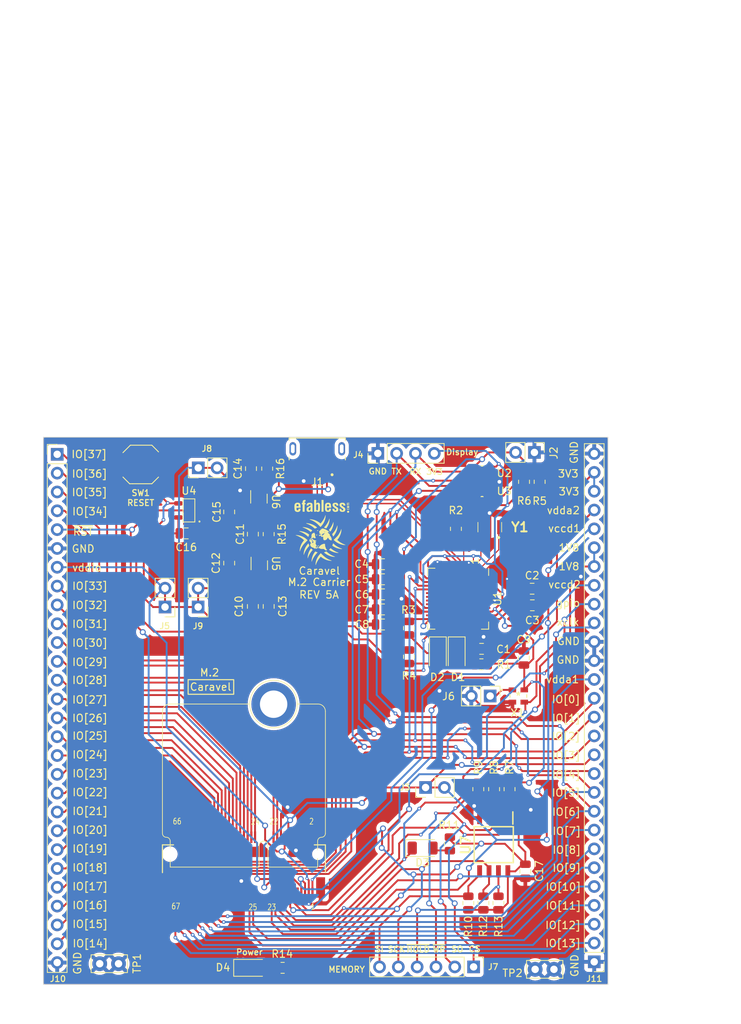
<source format=kicad_pcb>
(kicad_pcb (version 20221018) (generator pcbnew)
  (layers (0 "F.Cu" signal) (31 "B.Cu" signal) (34 "B.Paste" user) (35 "F.Paste" user) (36 "B.SilkS" user "B.Silkscreen") (37 "F.SilkS" user "F.Silkscreen") (38 "B.Mask" user) (39 "F.Mask" user) (44 "Edge.Cuts" user))
  (net 0 "")
  (net 1 "GND")
  (net 2 "Net-(U1-~{RESET})")
  (net 3 "Net-(U1-VCCCORE)")
  (net 4 "Net-(U1-VCCA)")
  (net 5 "+5V")
  (net 6 "Net-(U5-Noise)")
  (net 7 "Net-(U6-Noise)")
  (net 8 "Net-(D1-K)")
  (net 9 "Net-(D1-A)")
  (net 10 "gpio")
  (net 11 "Net-(D2-K)")
  (net 12 "FTDI_D-")
  (net 13 "FTDI_D+")
  (net 14 "Net-(D2-A)")
  (net 15 "Net-(D3-A)")
  (net 16 "UART_EN")
  (net 17 "xclk")
  (net 18 "Caravel_CSB")
  (net 19 "Caravel_D1")
  (net 20 "~{MEM_WP}")
  (net 21 "~{MEM_HOLD}")
  (net 22 "Caravel_D0")
  (net 23 "Caravel_SCK")
  (net 24 "Net-(D4-A)")
  (net 25 "~{RST}")
  (net 28 "USB_SCK_TXD")
  (net 29 "USB_SO_RXD")
  (net 30 "USB_SI")
  (net 31 "USB_CS1")
  (net 32 "Net-(J6-Pin_1)")
  (net 33 "Net-(U1-REF)")
  (net 34 "Net-(U5-Control)")
  (net 35 "Net-(U6-Control)")
  (net 36 "Net-(U1-XCSI)")
  (net 37 "Net-(U1-XCSO)")
  (net 44 "mprj_io[6]_ser_tx")
  (net 45 "mprj_io[5]_ser_rx")
  (net 46 "vdda2")
  (net 47 "vdda1")
  (net 48 "vccd2")
  (net 51 "mprj_io[13]")
  (net 52 "mprj_io[9]")
  (net 53 "mprj_io[8]")
  (net 54 "mprj_io[7]")
  (net 55 "mprj_io[33]")
  (net 56 "mprj_io[32]")
  (net 57 "mprj_io[31]")
  (net 58 "mprj_io[30]")
  (net 59 "mprj_io[28]")
  (net 60 "mprj_io[27]")
  (net 61 "mprj_io[26]")
  (net 62 "mprj_io[25]")
  (net 63 "mprj_io[24]")
  (net 64 "mprj_io[23]")
  (net 65 "mprj_io[22]")
  (net 66 "mprj_io[21]")
  (net 67 "mprj_io[29]")
  (net 68 "mprj_io[20]")
  (net 69 "mprj_io[19]")
  (net 70 "mprj_io[18]")
  (net 71 "mprj_io[17]")
  (net 72 "mprj_io[34]")
  (net 73 "mprj_io[35]")
  (net 74 "mprj_io[36]")
  (net 75 "mprj_io[37]")
  (net 77 "mprj_io[16]")
  (net 78 "mprj_io[15]")
  (net 79 "mprj_io[14]")
  (net 80 "~{MR}")
  (net 81 "mprj_io[12]")
  (net 82 "mprj_io[11]")
  (net 83 "mprj_io[10]")
  (net 84 "mprj_io[0]")
  (net 88 "vdda")
  (net 89 "vccd")
  (footprint "strive_foot_prints:FCI_10118193-0001LF" (layer "F.Cu") (at 131.98765 119.2377 180)
    (fp_text reference "J1")
    (fp_text value "USB_B_Micro - 10118193-0001LF")
  )
  (footprint "LED_SMD:LED_1206_3216Metric" (layer "F.Cu") (at 146.2042 173.1088)
    (fp_text reference "D3")
    (fp_text value "LED - 17-215SURC/S530-A2/TR8")
  )
  (footprint "Capacitor_SMD:C_0805_2012Metric" (layer "F.Cu") (at 140.8072 134.814)
    (fp_text reference "C4")
    (fp_text value "0.1uf - CC0805KRX7R9BB104")
  )
  (footprint "strive_foot_prints:SOIC127P790X216-8N" (layer "F.Cu") (at 155.8092 172.6544 -90)
    (fp_text reference "U7")
    (fp_text value "W25Q32FVSS" hide)
  )
  (footprint "strive_foot_prints:SOT65P210X110-5N" (layer "F.Cu") (at 154.2344 122.3184)
    (fp_text reference "U2")
    (fp_text value "SN74LVC1G125DCKR")
  )
  (footprint "TestPoint:TestPoint_Bridge_Pitch2.54mm_Drill1.0mm" (layer "F.Cu") (at 105.1616 188.714 180)
    (fp_text reference "TP1")
    (fp_text value "TestPoint")
  )
  (footprint "Caravel_Board:ef_logo" (layer "F.Cu") (at 132.549567 127.001401)
    (fp_text reference "T2" hide)
    (fp_text value "Logo" hide)
  )
  (footprint "Capacitor_SMD:C_0805_2012Metric" (layer "F.Cu") (at 140.8072 138.878)
    (fp_text reference "C6")
    (fp_text value "0.1uf - CC0805KRX7R9BB104")
  )
  (footprint "MicroMod-Sparkfun:MicroMod-Standoff" (layer "F.Cu") (at 126.0972 153.7)
    (fp_text reference "H1" hide)
    (fp_text value "MICROMOD-Standoff")
  )
  (footprint "Connector_PinHeader_2.54mm:PinHeader_1x02_P2.54mm_Vertical" (layer "F.Cu") (at 111.4372 140.585 180)
    (fp_text reference "J5")
    (fp_text value "Conn_01x02_Male")
  )
  (footprint "TestPoint:TestPoint_Bridge_Pitch2.54mm_Drill1.0mm" (layer "F.Cu") (at 163.9372 189.476 180)
    (fp_text reference "TP2")
    (fp_text value "TestPoint")
  )
  (footprint "Caravel_Board:PoR_5_SOT23" (layer "F.Cu") (at 114.6612 127.5508 180)
    (fp_text reference "U4")
    (fp_text value "MCP1319MT-29LE-OT")
  )
  (footprint "Resistor_SMD:R_0805_2012Metric" (layer "F.Cu") (at 125.4308 130.7512 90)
    (fp_text reference "R15")
    (fp_text value "10k")
  )
  (footprint "LED_SMD:LED_1206_3216Metric" (layer "F.Cu") (at 148.2664 146.9064 -90)
    (fp_text reference "D2")
    (fp_text value "LED - 17-215SURC/S530-A2/TR8")
  )
  (footprint "LED_SMD:LED_1206_3216Metric" (layer "F.Cu") (at 150.8064 146.9064 -90)
    (fp_text reference "D1")
    (fp_text value "LED - 17-215SURC/S530-A2/TR8")
  )
  (footprint "Connector_PinHeader_2.54mm:PinHeader_1x02_P2.54mm_Vertical" (layer "F.Cu") (at 161.3006 119.7276 -90)
    (fp_text reference "J2")
    (fp_text value "Conn_01x02_Female")
  )
  (footprint "Caravel_Board:SOT-353F" (layer "F.Cu") (at 124.1608 134.7136 -90)
    (fp_text reference "U5")
    (fp_text value "TAR5SxxU_SOT353F")
  )
  (footprint "Resistor_SMD:R_0805_2012Metric" (layer "F.Cu") (at 152.3802 180.5284 -90)
    (fp_text reference "R10")
    (fp_text value "10k - RC0805FR-0710KL")
  )
  (footprint "Capacitor_SMD:C_0805_2012Metric" (layer "F.Cu") (at 160.0764 176.2426 -90)
    (fp_text reference "C17")
    (fp_text value "0.1uf - CC0805KRX7R9BB104")
  )
  (footprint "Connector_PinHeader_2.54mm:PinHeader_1x04_P2.54mm_Vertical" (layer "F.Cu") (at 140.1628 119.8546 90)
    (fp_text reference "J4")
    (fp_text value "Conn_01x04_Female")
  )
  (footprint "Connector_PinHeader_2.54mm:PinHeader_1x06_P2.54mm_Vertical" (layer "F.Cu") (at 153.0914 189.1458 -90)
    (fp_text reference "J7")
    (fp_text value "Conn_01x06_Female")
  )
  (footprint "Capacitor_SMD:C_0805_2012Metric" (layer "F.Cu") (at 114.3056 130.6496 180)
    (fp_text reference "C16")
    (fp_text value "0.1uf - CC0805KRX7R9BB104")
  )
  (footprint "Capacitor_SMD:C_0805_2012Metric" (layer "F.Cu") (at 123.2972 140.5048 90)
    (fp_text reference "C10")
    (fp_text value "1uf - CC0805KKX5R8BB105")
  )
  (footprint "Resistor_SMD:R_0805_2012Metric" (layer "F.Cu") (at 127.3104 189.2728 180)
    (fp_text reference "R14")
    (fp_text value "82 - 0805W8F820JT5E")
  )
  (footprint "Resistor_SMD:R_0805_2012Metric" (layer "F.Cu") (at 162.0068 123.69 90)
    (fp_text reference "R5")
    (fp_text value "10k")
  )
  (footprint "Resistor_SMD:R_0805_2012Metric" (layer "F.Cu") (at 157.9428 165.1614 90)
    (fp_text reference "R7")
    (fp_text value "10k - RC0805FR-0710KL")
  )
  (footprint "Resistor_SMD:R_0805_2012Metric" (layer "F.Cu") (at 149.8872 172.55 -90)
    (fp_text reference "R11")
    (fp_text value "82 - 0805W8F820JT5E")
  )
  (footprint "Resistor_SMD:R_0805_2012Metric" (layer "F.Cu") (at 159.8986 123.69 90)
    (fp_text reference "R6")
    (fp_text value "10k")
  )
  (footprint "Capacitor_SMD:C_0805_2012Metric" (layer "F.Cu") (at 140.8072 142.942)
    (fp_text reference "C8")
    (fp_text value "0.1uf - CC0805KRX7R9BB104")
  )
  (footprint "Capacitor_SMD:C_0805_2012Metric" (layer "F.Cu") (at 120.0968 134.6628 -90)
    (fp_text reference "C12")
    (fp_text value "10uf - CC0805KKX5R8BB106")
  )
  (footprint "Capacitor_SMD:C_0805_2012Metric" (layer "F.Cu") (at 125.4308 140.5048 90)
    (fp_text reference "C13")
    (fp_text value "1uf - CC0805KKX5R8BB105")
  )
  (footprint "Capacitor_SMD:C_0805_2012Metric" (layer "F.Cu") (at 140.8072 136.846)
    (fp_text reference "C5")
    (fp_text value "0.1uf - CC0805KRX7R9BB104")
  )
  (footprint "strive_foot_prints:SW4-SMD-5.2X5.2X1.5MM" (layer "F.Cu") (at 108.1588 121.3532)
    (fp_text reference "SW1")
    (fp_text value "SW_Push - SKQGADE010")
  )
  (footprint "Resistor_SMD:R_0805_2012Metric" (layer "F.Cu") (at 155.86 165.1614 90)
    (fp_text reference "R8")
    (fp_text value "10k - RC0805FR-0710KL")
  )
  (footprint "Resistor_SMD:R_0805_2012Metric" (layer "F.Cu") (at 156.4442 180.5284 -90)
    (fp_text reference "R13")
    (fp_text value "10k - RC0805FR-0710KL")
  )
  (footprint "strive_foot_prints:DSC6001JE1A-010.0000" (layer "F.Cu") (at 159.13025 152.5952)
    (fp_text reference "X1")
    (fp_text value "DSC6001_10MHZ")
  )
  (footprint "Connector_PinHeader_2.54mm:PinHeader_1x28_P2.54mm_Vertical" (layer "F.Cu") (at 96.8812 119.9816)
    (fp_text reference "J10")
    (fp_text value "Conn_01x27_Female")
  )
  (footprint "Resistor_SMD:R_0805_2012Metric" (layer "F.Cu") (at 154.1418 148.3128)
    (fp_text reference "R1")
    (fp_text value "10k - RC0805FR-0710KL")
  )
  (footprint "Capacitor_SMD:C_0805_2012Metric" (layer "F.Cu") (at 160.9908 138.1172 180)
    (fp_text reference "C2")
    (fp_text value "0.1uf - CC0805KRX7R9BB104")
  )
  (footprint "Capacitor_SMD:C_0805_2012Metric" (layer "F.Cu") (at 161.0162 140.3524 180)
    (fp_text reference "C3")
    (fp_text value "0.1uf - CC0805KRX7R9BB104")
  )
  (footprint "Resistor_SMD:R_0805_2012Metric" (layer "F.Cu") (at 144.3672 143.4392 90)
    (fp_text reference "R3")
    (fp_text value "150 - 0805W8J0151T5E")
  )
  (footprint "Resistor_SMD:R_0805_2012Metric" (layer "F.Cu") (at 144.3672 147.3 90)
    (fp_text reference "R4")
    (fp_text value "150 - 0805W8J0151T5E")
  )
  (footprint "Connector_PinHeader_2.54mm:PinHeader_1x02_P2.54mm_Vertical" (layer "F.Cu") (at 155.32525 152.5952 -90)
    (fp_text reference "J6")
    (fp_text value "Conn_01x02_Male")
  )
  (footprint "Connector_PinHeader_2.54mm:PinHeader_1x02_P2.54mm_Vertical" (layer "F.Cu") (at 146.6094 164.9396 90)
    (fp_text reference "J3")
    (fp_text value "Conn_01x02_Male")
  )
  (footprint "Package_DFN_QFN:QFN-48-1EP_8x8mm_P0.5mm_EP6.2x6.2mm" (layer "F.Cu") (at 151.0086 139.4634 -90)
    (fp_text reference "U1")
    (fp_text value "FT232H")
  )
  (footprint "Capacitor_SMD:C_0805_2012Metric" (layer "F.Cu") (at 123.2972 130.7512 90)
    (fp_text reference "C11")
    (fp_text value "0.01uf - CC0805KRX7R9BB103")
  )
  (footprint "Capacitor_SMD:C_0805_2012Metric" (layer "F.Cu") (at 159.8732 147.4644 -90)
    (fp_text reference "C9")
    (fp_text value "0.1uf - CC0805KRX7R9BB104")
  )
  (footprint "Connector_PinHeader_2.54mm:PinHeader_1x28_P2.54mm_Vertical" (layer "F.Cu") (at 169.3728 188.46 180)
    (fp_text reference "J11")
    (fp_text value "Conn_01x20_Female")
  )
  (footprint "strive_foot_prints:SOT65P210X110-5N" (layer "F.Cu") (at 154.2344 124.9092 180)
    (fp_text reference "U3")
    (fp_text value "SN74LVC1G125DCKR")
  )
  (footprint "Capacitor_SMD:C_0805_2012Metric" (layer "F.Cu") (at 123.0432 121.912 90)
    (fp_text reference "C14")
    (fp_text value "0.01uf - CC0805KRX7R9BB103")
  )
  (footprint "Capacitor_SMD:C_0805_2012Metric" (layer "F.Cu") (at 154.1672 146.23 180)
    (fp_text reference "C1")
    (fp_text value "0.01uf - CC0805JRX7R9BB103")
  )
  (footprint "LED_SMD:LED_1206_3216Metric" (layer "F.Cu") (at 122.9924 189.2728)
    (fp_text reference "D4")
    (fp_text value "LED - 17-215SURC/S530-A2/TR8")
  )
  (footprint "Connector_PinHeader_2.54mm:PinHeader_1x02_P2.54mm_Vertical" (layer "F.Cu") (at 115.9262 121.8104 90)
    (fp_text reference "J8")
    (fp_text value "Conn_01x02_Male")
  )
  (footprint "Caravel_Board:SOT-353F" (layer "F.Cu") (at 124.11 125.722 -90)
    (fp_text reference "U6")
    (fp_text value "TAR5SxxU_SOT353F")
  )
  (footprint "MicroMod-Sparkfun:M.2-CONNECTOR-E" (layer "F.Cu") (at 122.0875 173.9275)
    (fp_text reference "U8" hide)
    (fp_text value "caravel-M.2-card" hide)
  )
  (footprint "strive_foot_prints:CSTNE12M0GH5L000R0" (layer "F.Cu") (at 155.2758 129.8114)
    (fp_text reference "Y1")
    (fp_text value "CSTNE12M0GH5L000R0" hide)
  )
  (footprint "Resistor_SMD:R_0805_2012Metric" (layer "F.Cu") (at 153.7264 165.1614 90)
    (fp_text reference "R9")
    (fp_text value "10k - RC0805FR-0710KL")
  )
  (footprint "Connector_PinHeader_2.54mm:PinHeader_1x02_P2.54mm_Vertical" (layer "F.Cu") (at 115.9076 140.585 180)
    (fp_text reference "J9")
    (fp_text value "Conn_01x02_Male")
  )
  (footprint "Capacitor_SMD:C_0805_2012Metric" (layer "F.Cu") (at 140.8072 140.91)
    (fp_text reference "C7")
    (fp_text value "0.1uf - CC0805KRX7R9BB104")
  )
  (footprint "Resistor_SMD:R_0805_2012Metric" (layer "F.Cu") (at 154.4122 180.5284 -90)
    (fp_text reference "R12")
    (fp_text value "10k - RC0805FR-0710KL")
  )
  (footprint "Caravel_Board:logo" (layer "F.Cu") (at 132.399169 131.558134)
    (fp_text reference "T1" hide)
    (fp_text value "Logo" hide)
  )
  (footprint "Capacitor_SMD:C_0805_2012Metric" (layer "F.Cu") (at 120.0968 127.754 90)
    (fp_text reference "C15")
    (fp_text value "10uf - CC0805KKX5R8BB106")
  )
  (footprint "Resistor_SMD:R_0805_2012Metric" (layer "F.Cu") (at 150.7038 130.04 -90)
    (fp_text reference "R2")
    (fp_text value "12K 1% - 0805W8F1202T5E")
  )
  (footprint "Resistor_SMD:R_0805_2012Metric" (layer "F.Cu") (at 125.2276 121.912 90)
    (fp_text reference "R16")
    (fp_text value "10k")
  )
  (gr_rect (start 114.5572 150.39) (end 120.7072 152.36) (stroke (width 0.15)) (fill none) (layer "F.SilkS"))
  (gr_rect (start 95.0272 117.676) (end 171.2272 191.508) (stroke (width 0.1)) (fill none) (layer "Edge.Cuts"))
  (gr_text "xclk" (at 165.8422 142.613) (layer "F.SilkS") (effects (font (size 1 1))))
  (gr_text "vdda1" (at 165.1056 150.36) (layer "F.SilkS") (effects (font (size 1 1))))
  (gr_text "IO[19]" (at 101.3262 173.22) (layer "F.SilkS") (effects (font (size 1 1))))
  (gr_text "CS" (at 153.2372 186.74) (layer "F.SilkS") (effects (font (size 0.8 0.8))))
  (gr_text "SO" (at 150.8872 186.7582) (layer "F.SilkS") (effects (font (size 0.8 0.8))))
  (gr_text "IO[5]" (at 165.5628 165.6508) (layer "F.SilkS") (effects (font (size 1 1))))
  (gr_text "IO[26]" (at 101.3008 155.5924) (layer "F.SilkS") (effects (font (size 1 1))))
  (gr_text "M.2" (at 117.4472 149.44) (layer "F.SilkS") (effects (font (size 1 1))))
  (gr_text "IO[34]" (at 101.3008 127.7032) (layer "F.SilkS") (effects (font (size 1 1))))
  (gr_text "IO[7]" (at 165.6644 170.8324) (layer "F.SilkS") (effects (font (size 1 1))))
  (gr_text "IO[2]" (at 165.5628 158.0308) (layer "F.SilkS") (effects (font (size 1 1))))
  (gr_text "IO[0]" (at 165.5628 153.0524) (layer "F.SilkS") (effects (font (size 1 1))))
  (gr_text "gpio" (at 165.8422 140.0476) (layer "F.SilkS") (effects (font (size 1 1))))
  (gr_text "IO[23]" (at 101.3262 163.06) (layer "F.SilkS") (effects (font (size 1 1))))
  (gr_text "IO[4]" (at 165.5882 163.2124) (layer "F.SilkS") (effects (font (size 1 1))))
  (gr_text "SCK" (at 142.6872 186.78) (layer "F.SilkS") (effects (font (size 0.8 0.8))))
  (gr_text "M.2 Carrier" (at 132.2472 137.23) (layer "F.SilkS") (effects (font (size 1 1))))
  (gr_text "IO[13]" (at 165.1564 185.9708) (layer "F.SilkS") (effects (font (size 1 1))))
  (gr_text "Caravel" (at 132.2772 135.71) (layer "F.SilkS") (effects (font (size 1 1))))
  (gr_text "vdda2" (at 165.2072 127.5508) (layer "F.SilkS") (effects (font (size 1 1))))
  (gr_text "IO[33]" (at 101.3008 137.7616) (layer "F.SilkS") (effects (font (size 1 1))))
  (gr_text "GND" (at 166.655 119.7276 90) (layer "F.SilkS") (effects (font (size 1 1))))
  (gr_text "IO[37]" (at 101.1992 119.9816) (layer "F.SilkS") (effects (font (size 1 1))))
  (gr_text "IO[20]" (at 101.3262 170.68) (layer "F.SilkS") (effects (font (size 1 1))))
  (gr_text "1\n" (at 153.2946 134.3834 90) (layer "F.SilkS") (effects (font (size 1 1))))
  (gr_text "GND" (at 140.1572 122.28) (layer "F.SilkS") (effects (font (size 0.8 0.8))))
  (gr_text "3V3" (at 165.8676 122.5978) (layer "F.SilkS") (effects (font (size 1 1))))
  (gr_text "IO[10]" (at 165.2072 178.3508) (layer "F.SilkS") (effects (font (size 1 1))))
  (gr_text "IO[32]" (at 101.3008 140.3524) (layer "F.SilkS") (effects (font (size 1 1))))
  (gr_text "GND" (at 100.3864 132.7324) (layer "F.SilkS") (effects (font (size 1 1))))
  (gr_text "IO[8]" (at 165.6644 173.3724) (layer "F.SilkS") (effects (font (size 1 1))))
  (gr_text "IO[18]" (at 101.3262 175.76) (layer "F.SilkS") (effects (font (size 1 1))))
  (gr_text "~{WP}" (at 148.4272 186.8) (layer "F.SilkS") (effects (font (size 0.8 0.8))))
  (gr_text "IO[35]" (at 101.25 125.1124) (layer "F.SilkS") (effects (font (size 1 1))))
  (gr_text "1V8" (at 165.9692 135.12) (layer "F.SilkS") (effects (font (size 1 1))))
  (gr_text "IO[24]" (at 101.3262 160.52) (layer "F.SilkS") (effects (font (size 1 1))))
  (gr_text "MEMORY" (at 135.9572 189.49) (layer "F.SilkS") (effects (font (size 0.8 0.8))))
  (gr_text "GND" (at 99.6244 188.6378 90) (layer "F.SilkS") (effects (font (size 1 1))))
  (gr_text "3V3" (at 147.8172 122.33) (layer "F.SilkS") (effects (font (size 0.8 0.8))))
  (gr_text "IO[1]" (at 165.5882 155.5924) (layer "F.SilkS") (effects (font (size 1 1))))
  (gr_text "IO[6]" (at 165.6136 168.2416) (layer "F.SilkS") (effects (font (size 1 1))))
  (gr_text "IO[29]" (at 101.3008 148.0232) (layer "F.SilkS") (effects (font (size 1 1))))
  (gr_text "IO[22]" (at 101.3262 165.6) (layer "F.SilkS") (effects (font (size 1 1))))
  (gr_text "Caravel" (at 117.5872 151.37) (layer "F.SilkS") (effects (font (size 1 1))))
  (gr_text "Power" (at 122.8272 187.15) (layer "F.SilkS") (effects (font (size 0.8 0.8))))
  (gr_text "GND" (at 165.8422 147.7184) (layer "F.SilkS") (effects (font (size 1 1))))
  (gr_text "IO[12]" (at 165.1564 183.5324) (layer "F.SilkS") (effects (font (size 1 1))))
  (gr_text "IO[11]" (at 165.2072 180.8908) (layer "F.SilkS") (effects (font (size 1 1))))
  (gr_text "IO[30]" (at 101.3008 145.4324) (layer "F.SilkS") (effects (font (size 1 1))))
  (gr_text "RX" (at 145.2328 122.3) (layer "F.SilkS") (effects (font (size 0.8 0.8))))
  (gr_text "IO[27]" (at 101.3008 153.1032) (layer "F.SilkS") (effects (font (size 1 1))))
  (gr_text "~{RST}" (at 100.3864 130.4464) (layer "F.SilkS") (effects (font (size 1 1))))
  (gr_text "IO[9]" (at 165.6644 175.8108) (layer "F.SilkS") (effects (font (size 1 1))))
  (gr_text "REV 5A" (at 132.2272 138.93) (layer "F.SilkS") (effects (font (size 1 1))))
  (gr_text "IO[25]" (at 101.3262 157.98) (layer "F.SilkS") (effects (font (size 1 1))))
  (gr_text "IO[17]" (at 101.3262 178.3) (layer "F.SilkS") (effects (font (size 1 1))))
  (gr_text "IO[21]" (at 101.3262 168.14) (layer "F.SilkS") (effects (font (size 1 1))))
  (gr_text "IO[31]" (at 101.3008 142.8924) (layer "F.SilkS") (effects (font (size 1 1))))
  (gr_text "IO[36]" (at 101.25 122.6232) (layer "F.SilkS") (effects (font (size 1 1))))
  (gr_text "1V8" (at 165.9692 132.58) (layer "F.SilkS") (effects (font (size 1 1))))
  (gr_text "GND" (at 166.7312 188.968 90) (layer "F.SilkS") (effects (font (size 1 1))))
  (gr_text "SI" (at 140.366 186.7582) (layer "F.SilkS") (effects (font (size 0.8 0.8))))
  (gr_text "IO[14]" (at 101.3516 185.9962) (layer "F.SilkS") (effects (font (size 1 1))))
  (gr_text "GND" (at 165.893 145.2038) (layer "F.SilkS") (effects (font (size 1 1))))
  (gr_text "IO[15]" (at 101.3262 183.38) (layer "F.SilkS") (effects (font (size 1 1))))
  (gr_text "vddio" (at 100.8944 135.2724) (layer "F.SilkS") (effects (font (size 1 1))))
  (gr_text "Display\n" (at 151.542 119.6768) (layer "F.SilkS") (effects (font (size 0.8 0.8))))
  (gr_text "IO[3]" (at 165.5882 160.6216) (layer "F.SilkS") (effects (font (size 1 1))))
  (gr_text "~{HOLD}" (at 145.5972 186.79) (layer "F.SilkS") (effects (font (size 0.8 0.8) (thickness 0.15) bold)))
  (gr_text "vccd2" (at 165.3596 137.5584) (layer "F.SilkS") (effects (font (size 1 1))))
  (gr_text "IO[16]" (at 101.3262 180.84) (layer "F.SilkS") (effects (font (size 1 1))))
  (gr_text "vccd1" (at 165.3342 129.9892) (layer "F.SilkS") (effects (font (size 1 1))))
  (gr_text "RESET" (at 108.1572 126.53) (layer "F.SilkS") (effects (font (size 0.8 0.8))))
  (gr_text "IO[28]" (at 101.3008 150.4616) (layer "F.SilkS") (effects (font (size 1 1))))
  (gr_text "3V3" (at 165.9692 125.0108) (layer "F.SilkS") (effects (font (size 1 1))))
  (gr_text "TX" (at 142.6928 122.29) (layer "F.SilkS") (effects (font (size 0.8 0.8))))
  (segment (start 139.8572 136.846) (end 139.8572 138.878) (width 0.254) (layer "F.Cu") (net 1))
  (segment (start 139.8572 138.878) (end 139.8572 140.91) (width 0.254) (layer "F.Cu") (net 1))
  (segment (start 124.1608 133.7636) (end 124.1608 134.4176) (width 0.254) (layer "F.Cu") (net 1))
  (segment (start 153.9042 169.0544) (end 153.9042 168.1654) (width 0.254) (layer "F.Cu") (net 1))
  (segment (start 153.7586 143.3384) (end 153.7586 143.9314) (width 0.254) (layer "F.Cu") (net 1))
  (segment (start 146.2106 141.2134) (end 144.4772 139.48) (width 0.254) (layer "F.Cu") (net 1))
  (segment (start 132.4375 180.0565) (end 131.844 180.65) (width 0.254) (layer "F.Cu") (net 1))
  (segment (start 154.8836 137.2134) (end 154.8836 136.7134) (width 0.254) (layer "F.Cu") (net 1))
  (segment (start 139.8572 142.942) (end 139.8572 140.91) (width 0.254) (layer "F.Cu") (net 1))
  (segment (start 127.0875 168.4797) (end 127.9772 167.59) (width 0.254) (layer "F.Cu") (net 1))
  (segment (start 144.4772 139.48) (end 143.3672 139.48) (width 0.254) (layer "F.Cu") (net 1))
  (segment (start 148.2146 134.5104) (end 148.9766 134.5104) (width 0.254) (layer "F.Cu") (net 1))
  (segment (start 143.3672 139.48) (end 143.3572 139.47) (width 0.254) (layer "F.Cu") (net 1))
  (segment (start 153.2586 143.3384) (end 153.7586 143.3384) (width 0.254) (layer "F.Cu") (net 1))
  (segment (start 128.5875 172.9103) (end 128.5875 171.6525) (width 0.254) (layer "F.Cu") (net 1))
  (segment (start 149.7586 135.5884) (end 149.2586 135.5884) (width 0.254) (layer "F.Cu") (net 1))
  (segment (start 154.0312 122.9788) (end 154.6408 122.3692) (width 0.254) (layer "F.Cu") (net 1))
  (segment (start 153.9042 168.1654) (end 153.1676 167.4288) (width 0.254) (layer "F.Cu") (net 1))
  (segment (start 131.844 180.65) (end 130.8372 180.65) (width 0.254) (layer "F.Cu") (net 1))
  (segment (start 154.8836 140.2134) (end 154.8836 139.7134) (width 0.254) (layer "F.Cu") (net 1))
  (segment (start 156.2986 136.7134) (end 154.5026 136.7134) (width 0.254) (layer "F.Cu") (net 1))
  (segment (start 154.8836 139.7134) (end 155.9576 139.7134) (width 0.254) (layer "F.Cu") (net 1))
  (segment (start 123.9664 134.612) (end 120.996 134.612) (width 0.254) (layer "F.Cu") (net 1))
  (segment (start 124.1608 134.4176) (end 123.9664 134.612) (width 0.254) (layer "F.Cu") (net 1))
  (segment (start 156.5712 123.0804) (end 156.5712 123.69) (width 0.254) (layer "F.Cu") (net 1))
  (segment (start 139.8572 134.814) (end 139.8572 136.846) (width 0.254) (layer "F.Cu") (net 1))
  (segment (start 130.68765 121.9127) (end 130.68765 123.05595) (width 0.254) (layer "F.Cu") (net 1))
  (segment (start 154.10605 153.916) (end 152.78525 152.5952) (width 0.254) (layer "F.Cu") (net 1))
  (segment (start 124.11 124.772) (end 124.11 122.0288) (width 0.254) (layer "F.Cu") (net 1))
  (segment (start 132.4375 178.4275) (end 132.4375 180.0565) (width 0.254) (layer "F.Cu") (net 1))
  (segment (start 129.1072 173.43) (end 128.5875 172.9103) (width 0.254) (layer "F.Cu") (net 1))
  (segment (start 122.3375 179.2025) (end 122.3375 178.1603) (width 0.254) (layer "F.Cu") (net 1))
  (segment (start 124.11 122.0288) (end 123.0432 120.962) (width 0.254) (layer "F.Cu") (net 1))
  (segment (start 148.7586 135.5884) (end 149.2586 135.5884) (width 0.254) (layer "F.Cu") (net 1))
  (segment (start 153.193 122.9788) (end 154.0312 122.9788) (width 0.254) (layer "F.Cu") (net 1))
  (segment (start 155.2758 124.2488) (end 156.0124 124.2488) (width 0.254) (layer "F.Cu") (net 1))
  (segment (start 155.9576 139.7134) (end 155.9616 139.7174) (width 0.254) (layer "F.Cu") (net 1))
  (segment (start 147.1336 141.2134) (end 147.1336 141.7134) (width 0.254) (layer "F.Cu") (net 1))
  (segment (start 130.68765 123.05595) (end 130.1552 123.5884) (width 0.254) (layer "F.Cu") (net 1))
  (segment (start 152.2586 134.80347) (end 152.2586 135.5884) (width 0.1524) (layer "F.Cu") (net 1))
  (segment (start 157.6126 136.7964) (end 157.5296 136.7134) (width 0.254) (layer "F.Cu") (net 1))
  (segment (start 147.1336 141.2134) (end 146.2106 141.2134) (width 0.254) (layer "F.Cu") (net 1))
  (segment (start 149.2586 134.7924) (end 149.2586 135.5884) (width 0.254) (layer "F.Cu") (net 1))
  (segment (start 152.2586 134.80347) (end 152.442026 134.620044) (width 0.1524) (layer "F.Cu") (net 1))
  (segment (start 158.33015 153.4207) (end 157.83485 153.916) (width 0.254) (layer "F.Cu") (net 1))
  (segment (start 154.6408 122.3692) (end 155.86 122.3692) (width 0.254) (layer "F.Cu") (net 1))
  (segment (start 155.2758 129.8114) (end 155.2758 127.9318) (width 0.254) (layer "F.Cu") (net 1))
  (segment (start 155.86 122.3692) (end 156.5712 123.0804) (width 0.254) (layer "F.Cu") (net 1))
  (segment (start 155.2758 127.9318) (end 155.2504 127.9064) (width 0.254) (layer "F.Cu") (net 1))
  (segment (start 156.0124 124.2488) (end 156.5712 123.69) (width 0.254) (layer "F.Cu") (net 1))
  (segment (start 161.9408 140.1492) (end 161.9408 138.1172) (width 0.254) (layer "F.Cu") (net 1))
  (segment (start 157.5296 136.7134) (end 156.2986 136.7134) (width 0.254) (layer "F.Cu") (net 1))
  (segment (start 153.7586 143.9314) (end 154.4372 144.61) (width 0.254) (layer "F.Cu") (net 1))
  (segment (start 157.83485 153.916) (end 154.10605 153.916) (width 0.254) (layer "F.Cu") (net 1))
  (segment (start 127.0875 171.6525) (end 127.0875 168.4797) (width 0.254) (layer "F.Cu") (net 1))
  (segment (start 122.3375 178.1603) (end 121.7372 177.56) (width 0.254) (layer "F.Cu") (net 1))
  (segment (start 148.9766 134.5104) (end 149.2586 134.7924) (width 0.254) (layer "F.Cu") (net 1))
  (segment (start 120.996 134.612) (end 120.0968 133.7128) (width 0.254) (layer "F.Cu") (net 1))
  (via (at 167.57 136.48) (size 0.8) (drill 0.5) (layers "F.Cu" "B.Cu") (net 1))
  (via (at 160.8072 167.95) (size 0.8) (drill 0.5) (layers "F.Cu" "B.Cu") (net 1))
  (via (at 148.4872 151.9) (size 0.8) (drill 0.5) (layers "F.Cu" "B.Cu") (net 1))
  (via (at 154.4372 144.61) (size 0.8) (drill 0.5) (layers "F.Cu" "B.Cu") (net 1))
  (via (at 156.5712 123.69) (size 0.8) (drill 0.5) (layers "F.Cu" "B.Cu") (net 1))
  (via (at 143.3572 139.47) (size 0.8) (drill 0.5) (layers "F.Cu" "B.Cu") (net 1))
  (via (at 148.2146 134.5104) (size 0.5) (drill 0.25) (layers "F.Cu" "B.Cu") (net 1))
  (via (at 153.1676 167.4288) (size 0.8) (drill 0.5) (layers "F.Cu" "B.Cu") (net 1))
  (via (at 129.1072 173.43) (size 0.8) (drill 0.5) (layers "F.Cu" "B.Cu") (net 1))
  (via (at 157.6126 136.7964) (size 0.5) (drill 0.25) (layers "F.Cu" "B.Cu") (net 1))
  (via (at 155.9616 139.7174) (size 0.5) (drill 0.25) (layers "F.Cu" "B.Cu") (net 1))
  (via (at 130.8372 180.65) (size 0.5) (drill 0.25) (layers "F.Cu" "B.Cu") (net 1))
  (via (at 121.7372 177.56) (size 0.8) (drill 0.5) (layers "F.Cu" "B.Cu") (net 1))
  (via (at 127.9772 167.59) (size 0.8) (drill 0.5) (layers "F.Cu" "B.Cu") (net 1))
  (via (at 155.2504 127.9064) (size 0.8) (drill 0.5) (layers "F.Cu" "B.Cu") (net 1))
  (via (at 152.442026 134.620044) (size 0.5) (drill 0.25) (layers "F.Cu" "B.Cu") (net 1))
  (via (at 130.1552 123.5884) (size 0.8) (drill 0.5) (layers "F.Cu" "B.Cu") (net 1))
  (via (at 121.57 124.8584) (size 0.8) (drill 0.5) (layers "F.Cu" "B.Cu") (net 1))
  (segment (start 157.6126 136.7964) (end 157.6126 139.0824) (width 0.254) (layer "B.Cu") (net 1))
  (segment (start 152.332382 134.5104) (end 148.433888 134.5104) (width 0.254) (layer "B.Cu") (net 1))
  (segment (start 129.1472 173.47) (end 129.1072 173.43) (width 0.254) (layer "B.Cu") (net 1))
  (segment (start 129.3772 173.47) (end 129.1472 173.47) (width 0.254) (layer "B.Cu") (net 1))
  (segment (start 148.433888 134.5104) (end 148.324244 134.620044) (width 0.254) (layer "B.Cu") (net 1))
  (segment (start 169.3728 147.9724) (end 169.3728 147.9216) (width 0.254) (layer "B.Cu") (net 1))
  (segment (start 152.442026 134.620044) (end 152.332382 134.5104) (width 0.254) (layer "B.Cu") (net 1))
  (segment (start 156.9776 139.7174) (end 155.9616 139.7174) (width 0.254) (layer "B.Cu") (net 1))
  (segment (start 148.324244 134.620044) (end 148.2146 134.5104) (width 0.1524) (layer "B.Cu") (net 1))
  (segment (start 157.6126 139.0824) (end 156.9776 139.7174) (width 0.254) (layer "B.Cu") (net 1))
  (segment (start 153.2293 148.3128) (end 153.2293 146.2421) (width 0.254) (layer "F.Cu") (net 2))
  (segment (start 152.7586 143.3384) (end 152.7586 144.7114) (width 0.254) (layer "F.Cu") (net 2))
  (segment (start 153.2172 145.17) (end 153.2172 146.23) (width 0.254) (layer "F.Cu") (net 2))
  (segment (start 152.7586 144.7114) (end 153.2172 145.17) (width 0.254) (layer "F.Cu") (net 2))
  (segment (start 159.7208 138.1172) (end 160.0408 138.1172) (width 0.254) (layer "F.Cu") (net 3))
  (segment (start 154.5026 141.7134) (end 156.1246 141.7134) (width 0.254) (layer "F.Cu") (net 3))
  (segment (start 156.1246 141.7134) (end 159.7208 138.1172) (width 0.254) (layer "F.Cu") (net 3))
  (segment (start 158.5016 140.3524) (end 159.8376 140.3524) (width 0.254) (layer "F.Cu") (net 4))
  (segment (start 156.6406 142.2134) (end 158.5016 140.3524) (width 0.254) (layer "F.Cu") (net 4))
  (segment (start 154.5026 142.2134) (end 156.6406 142.2134) (width 0.254) (layer "F.Cu") (net 4))
  (segment (start 126.7768 124.6552) (end 124.76 126.672) (width 0.254) (layer "F.Cu") (net 5))
  (segment (start 126.8024 124.6552) (end 126.8024 122.0644) (width 0.254) (layer "F.Cu") (net 5))
  (segment (start 133.28765 124.53645) (end 133.28765 121.9127) (width 0.254) (layer "F.Cu") (net 5))
  (segment (start 125.9407 129.8387) (end 127.158 131.056) (width 0.254) (layer "F.Cu") (net 5))
  (segment (start 124.8108 135.6636) (end 124.9228 135.7756) (width 0.254) (layer "F.Cu") (net 5))
  (segment (start 127.158 138.2188) (end 125.822 139.5548) (width 0.254) (layer "F.Cu") (net 5))
  (segment (start 125.7375 120.9995) (end 125.2276 120.9995) (width 0.254) (layer "F.Cu") (net 5))
  (segment (start 125.4308 139.5548) (end 123.2972 139.5548) (width 0.254) (layer "F.Cu") (net 5))
  (segment (start 126.8024 122.0644) (end 125.7375 120.9995) (width 0.254) (layer "F.Cu") (net 5))
  (segment (start 124.76 126.672) (end 124.9228 126.8348) (width 0.254) (layer "F.Cu") (net 5))
  (segment (start 124.9228 129.3307) (end 125.4308 129.8387) (width 0.254) (layer "F.Cu") (net 5))
  (segment (start 126.8024 124.6552) (end 126.7768 124.6552) (width 0.254) (layer "F.Cu") (net 5))
  (segment (start 124.9228 126.8348) (end 124.9228 129.3307) (width 0.254) (layer "F.Cu") (net 5))
  (segment (start 124.9228 139.0468) (end 125.4308 139.5548) (width 0.254) (layer "F.Cu") (net 5))
  (segment (start 125.822 139.5548) (end 125.4308 139.5548) (width 0.254) (layer "F.Cu") (net 5))
  (segment (start 125.4308 129.8387) (end 125.9407 129.8387) (width 0.254) (layer "F.Cu") (net 5))
  (segment (start 124.9228 135.7756) (end 124.9228 139.0468) (width 0.254) (layer "F.Cu") (net 5))
  (segment (start 133.4572 124.706) (end 133.28765 124.53645) (width 0.254) (layer "F.Cu") (net 5))
  (segment (start 127.158 131.056) (end 127.158 138.2188) (width 0.254) (layer "F.Cu") (net 5))
  (via (at 126.8024 124.6552) (size 0.8) (drill 0.5) (layers "F.Cu" "B.Cu") (net 5))
  (via (at 133.4572 124.706) (size 0.8) (drill 0.5) (layers "F.Cu" "B.Cu") (net 5))
  (segment (start 133.4064 124.6552) (end 133.4572 124.706) (width 0.254) (layer "B.Cu") (net 5))
  (segment (start 126.8024 124.6552) (end 133.4064 124.6552) (width 0.254) (layer "B.Cu") (net 5))
  (segment (start 123.5108 133.7636) (end 123.5108 131.9148) (width 0.254) (layer "F.Cu") (net 6))
  (segment (start 123.5108 131.9148) (end 123.2972 131.7012) (width 0.254) (layer "F.Cu") (net 6))
  (segment (start 123.46 124.772) (end 123.46 123.2788) (width 0.254) (layer "F.Cu") (net 7))
  (segment (start 123.46 123.2788) (end 123.0432 122.862) (width 0.254) (layer "F.Cu") (net 7))
  (segment (start 149.2586 143.3384) (end 149.2586 144.2114) (width 0.254) (layer "F.Cu") (net 8))
  (segment (start 149.2586 144.2114) (end 150.4672 145.42) (width 0.254) (layer "F.Cu") (net 8))
  (segment (start 150.8064 148.3064) (end 149.31 146.81) (width 0.254) (layer "F.Cu") (net 9))
  (segment (start 149.31 146.81) (end 146.7972 146.81) (width 0.254) (layer "F.Cu") (net 9))
  (segment (start 146.6896 146.7024) (end 144.3001 144.3129) (width 0.254) (layer "F.Cu") (net 9))
  (segment (start 146.7972 146.81) (end 146.6272 146.64) (width 0.254) (layer "F.Cu") (net 9))
  (segment (start 142.9372 175.42) (end 142.9272 175.42) (width 0.254) (layer "F.Cu") (net 10))
  (segment (start 162.0576 148.5824) (end 165.3596 145.2804) (width 0.254) (layer "F.Cu") (net 10))
  (segment (start 151.6944 166.0064) (end 151.6944 165.1428) (width 0.254) (layer "F.Cu") (net 10))
  (segment (start 143.7272 174.63) (end 142.9372 175.42) (width 0.254) (layer "F.Cu") (net 10))
  (segment (start 128.3672 184.12) (end 126.3375 182.0903) (width 0.254) (layer "F.Cu") (net 10))
  (segment (start 151.6944 163.4664) (end 152.6088 162.552) (width 0.254) (layer "F.Cu") (net 10))
  (segment (start 146.5636 166.9716) (end 150.7292 166.9716) (width 0.254) (layer "F.Cu") (net 10))
  (segment (start 126.3375 182.0903) (end 126.3375 179.2025) (width 0.254) (layer "F.Cu") (net 10))
  (segment (start 134.2272 184.12) (end 128.3672 184.12) (width 0.254) (layer "F.Cu") (net 10))
  (segment (start 152.7104 162.4504) (end 156.876 162.4504) (width 0.254) (layer "F.Cu") (net 10))
  (segment (start 143.7272 174.63) (end 144.8042 173.553) (width 0.254) (layer "F.Cu") (net 10))
  (segment (start 152.6088 162.552) (end 152.7104 162.4504) (width 0.254) (layer "F.Cu") (net 10))
  (segment (start 161.3872 154.42) (end 162.0576 153.7496) (width 0.254) (layer "F.Cu") (net 10))
  (segment (start 144.8042 173.553) (end 144.8042 173.1088) (width 0.254) (layer "F.Cu") (net 10))
  (segment (start 151.6944 165.1428) (end 151.6944 163.4664) (width 0.254) (layer "F.Cu") (net 10))
  (segment (start 150.7292 166.9716) (end 151.6944 166.0064) (width 0.254) (layer "F.Cu") (net 10))
  (segment (start 165.3596 145.2804) (end 165.3596 142.2828) (width 0.254) (layer "F.Cu") (net 10))
  (segment (start 142.9272 175.42) (end 134.2272 184.12) (width 0.254) (layer "F.Cu") (net 10))
  (segment (start 145.7508 167.7844) (end 146.5636 166.9716) (width 0.254) (layer "F.Cu") (net 10))
  (segment (start 162.0576 153.7496) (end 162.0576 148.5824) (width 0.254) (layer "F.Cu") (net 10))
  (via (at 161.3872 154.42) (size 0.8) (drill 0.5) (layers "F.Cu" "B.Cu") (net 10))
  (via (at 145.7508 167.7844) (size 0.5) (drill 0.25) (layers "F.Cu" "B.Cu") (net 10))
  (via (at 143.7272 174.63) (size 0.5) (drill 0.25) (layers "F.Cu" "B.Cu") (net 10))
  (via (at 156.876 162.4504) (size 0.5) (drill 0.25) (layers "F.Cu" "B.Cu") (net 10))
  (via (at 165.3596 142.2828) (size 0.8) (drill 0.5) (layers "F.Cu" "B.Cu") (net 10))
  (segment (start 161.2488 154.42) (end 158.146 157.5228) (width 0.254) (layer "B.Cu") (net 10))
  (segment (start 158.146 157.5228) (end 158.146 161.1804) (width 0.254) (layer "B.Cu") (net 10))
  (segment (start 158.146 161.1804) (end 156.876 162.4504) (width 0.254) (layer "B.Cu") (net 10))
  (segment (start 143.7272 174.63) (end 143.7272 169.808) (width 0.254) (layer "B.Cu") (net 10))
  (segment (start 161.3872 154.42) (end 161.2488 154.42) (width 0.254) (layer "B.Cu") (net 10))
  (segment (start 167.4424 140.2) (end 169.3728 140.2) (width 0.254) (layer "B.Cu") (net 10))
  (segment (start 165.3596 142.2828) (end 167.4424 140.2) (width 0.254) (layer "B.Cu") (net 10))
  (segment (start 143.7272 169.808) (end 145.7508 167.7844) (width 0.254) (layer "B.Cu") (net 10))
  (segment (start 148.7586 145.0142) (end 148.2664 145.5064) (width 0.254) (layer "F.Cu") (net 11))
  (segment (start 148.7586 143.3384) (end 148.7586 145.0142) (width 0.254) (layer "F.Cu") (net 11))
  (segment (start 151.2586 135.5884) (end 151.2626 135.5844) (width 0.2) (layer "F.Cu") (net 12))
  (segment (start 132.63765 125.56285) (end 132.63765 121.9127) (width 0.2) (layer "F.Cu") (net 12))
  (segment (start 151.2626 135.5844) (end 151.2626 134.2684) (width 0.2) (layer "F.Cu") (net 12))
  (segment (start 133.1748 126.1) (end 132.63765 125.56285) (width 0.2) (layer "F.Cu") (net 12))
  (segment (start 151.2626 134.2684) (end 143.0942 126.1) (width 0.2) (layer "F.Cu") (net 12))
  (segment (start 143.0942 126.1) (end 133.1748 126.1) (width 0.2) (layer "F.Cu") (net 12))
  (segment (start 150.7586 134.4008) (end 142.9878 126.63) (width 0.2) (layer "F.Cu") (net 13))
  (segment (start 142.9878 126.63) (end 133.031 126.63) (width 0.2) (layer "F.Cu") (net 13))
  (segment (start 131.98765 125.58665) (end 131.98765 121.9127) (width 0.2) (layer "F.Cu") (net 13))
  (segment (start 150.7586 135.5884) (end 150.7586 134.4008) (width 0.2) (layer "F.Cu") (net 13))
  (segment (start 133.031 126.63) (end 131.98765 125.58665) (width 0.2) (layer "F.Cu") (net 13))
  (segment (start 148.1725 148.2125) (end 148.2664 148.3064) (width 0.254) (layer "F.Cu") (net 14))
  (segment (start 144.3672 148.2125) (end 148.1725 148.2125) (width 0.254) (layer "F.Cu") (net 14))
  (segment (start 149.28765 173.43) (end 147.39555 173.43) (width 0.254) (layer "F.Cu") (net 15))
  (segment (start 149.30625 173.4486) (end 149.28765 173.43) (width 0.254) (layer "F.Cu") (net 15))
  (segment (start 143.6972 137.86) (end 146.5506 140.7134) (width 0.254) (layer "F.Cu") (net 16))
  (segment (start 155.2758 125.5696) (end 157.1065 125.5696) (width 0.254) (layer "F.Cu") (net 16))
  (segment (start 143.6972 132.78) (end 143.6972 137.86) (width 0.254) (layer "F.Cu") (net 16))
  (segment (start 159.8986 120.8656) (end 159.8986 122.7775) (width 0.254) (layer "F.Cu") (net 16))
  (segment (start 162.0068 122.7775) (end 159.8986 122.7775) (width 0.254) (layer "F.Cu") (net 16))
  (segment (start 157.1065 125.5696) (end 159.8986 122.7775) (width 0.254) (layer "F.Cu") (net 16))
  (segment (start 146.5506 140.7134) (end 146.7526 140.7134) (width 0.254) (layer "F.Cu") (net 16))
  (segment (start 158.7606 119.7276) (end 159.8986 120.8656) (width 0.254) (layer "F.Cu") (net 16))
  (segment (start 153.193 121.658) (end 155.1234 119.7276) (width 0.254) (layer "F.Cu") (net 16))
  (segment (start 155.1234 119.7276) (end 158.7606 119.7276) (width 0.254) (layer "F.Cu") (net 16))
  (via (at 143.6972 132.78) (size 0.5) (drill 0.25) (layers "F.Cu" "B.Cu") (net 16))
  (via (at 154.2344 120.642) (size 0.8) (drill 0.5) (layers "F.Cu" "B.Cu") (net 16))
  (segment (start 143.6972 132.78) (end 145.3072 131.17) (width 0.254) (layer "B.Cu") (net 16))
  (segment (start 152.1008 120.642) (end 154.2344 120.642) (width 0.254) (layer "B.Cu") (net 16))
  (segment (start 145.3072 127.4356) (end 152.1008 120.642) (width 0.254) (layer "B.Cu") (net 16))
  (segment (start 145.3072 131.17) (end 145.3072 129.9) (width 0.254) (layer "B.Cu") (net 16))
  (segment (start 145.3072 129.9) (end 145.3072 127.4356) (width 0.254) (layer "B.Cu") (net 16))
  (segment (start 164.22 144.29) (end 164.22 145.33) (width 0.254) (layer "F.Cu") (net 17))
  (segment (start 130.6172 181.49) (end 129.3375 180.2103) (width 0.254) (layer "F.Cu") (net 17))
  (segment (start 141.6106 170.6566) (end 141.6106 173.3866) (width 0.254) (layer "F.Cu") (net 17))
  (segment (start 161.5772 147.9728) (end 161.5772 152.5676) (width 0.254) (layer "F.Cu") (net 17))
  (segment (start 141.6106 173.3866) (end 133.5072 181.49) (width 0.254) (layer "F.Cu") (net 17))
  (segment (start 133.5072 181.49) (end 130.6172 181.49) (width 0.254) (layer "F.Cu") (net 17))
  (segment (start 160.0772 154.76) (end 160.0772 153.56755) (width 0.254) (layer "F.Cu") (net 17))
  (segment (start 160.7241 153.4207) (end 159.93035 153.4207) (width 0.254) (layer "F.Cu") (net 17))
  (segment (start 164.22 145.33) (end 161.5772 147.9728) (width 0.254) (layer "F.Cu") (net 17))
  (segment (start 161.5772 152.5676) (end 160.7241 153.4207) (width 0.254) (layer "F.Cu") (net 17))
  (segment (start 160.0772 153.56755) (end 159.93035 153.4207) (width 0.254) (layer "F.Cu") (net 17))
  (segment (start 144.3872 167.85) (end 144.3872 167.88) (width 0.254) (layer "F.Cu") (net 17))
  (segment (start 129.3375 180.2103) (end 129.3375 179.2025) (width 0.254) (layer "F.Cu") (net 17))
  (segment (start 144.3872 167.88) (end 141.6106 170.6566) (width 0.254) (layer "F.Cu") (net 17))
  (via (at 160.0772 154.76) (size 0.5) (drill 0.25) (layers "F.Cu" "B.Cu") (net 17))
  (via (at 164.22 144.29) (size 0.8) (drill 0.5) (layers "F.Cu" "B.Cu") (net 17))
  (via (at 144.3872 167.85) (size 0.8) (drill 0.5) (layers "F.Cu" "B.Cu") (net 17))
  (segment (start 168.7632 143.3496) (end 169.3728 142.74) (width 0.254) (layer "B.Cu") (net 17))
  (segment (start 145.7624 163.15) (end 153.6364 163.15) (width 0.254) (layer "B.Cu") (net 17))
  (segment (start 164.22 144.29) (end 165.1604 143.3496) (width 0.254) (layer "B.Cu") (net 17))
  (segment (start 153.6364 163.15) (end 157.1808 159.6056) (width 0.254) (layer "B.Cu") (net 17))
  (segment (start 157.1808 157.6564) (end 160.0772 154.76) (width 0.254) (layer "B.Cu") (net 17))
  (segment (start 157.1808 159.6056) (end 157.1808 157.6564) (width 0.254) (layer "B.Cu") (net 17))
  (segment (start 144.3872 164.5252) (end 145.7624 163.15) (width 0.254) (layer "B.Cu") (net 17))
  (segment (start 165.1604 143.3496) (end 168.7632 143.3496) (width 0.254) (layer "B.Cu") (net 17))
  (segment (start 144.3872 167.85) (end 144.3872 164.5252) (width 0.254) (layer "B.Cu") (net 17))
  (segment (start 157.7142 169.0544) (end 157.7142 170.0958) (width 0.254) (layer "F.Cu") (net 18))
  (segment (start 157.7142 166.3025) (end 157.9428 166.0739) (width 0.254) (layer "F.Cu") (net 18))
  (segment (start 150.9272 170.36) (end 143.2072 170.36) (width 0.254) (layer "F.Cu") (net 18))
  (segment (start 133.7972 182.17) (end 130.5072 182.17) (width 0.254) (layer "F.Cu") (net 18))
  (segment (start 150.5514 184.2742) (end 153.0914 186.8142) (width 0.254) (layer "F.Cu") (net 18))
  (segment (start 157.7142 170.0958) (end 156.495 171.315) (width 0.254) (layer "F.Cu") (net 18))
  (segment (start 142.1572 171.41) (end 142.1572 173.81) (width 0.254) (layer "F.Cu") (net 18))
  (segment (start 156.495 171.315) (end 151.8976 171.315) (width 0.254) (layer "F.Cu") (net 18))
  (segment (start 157.7142 169.0544) (end 157.7142 166.3025) (width 0.254) (layer "F.Cu") (net 18))
  (segment (start 153.0914 186.8142) (end 153.0914 189.1458) (width 0.254) (layer "F.Cu") (net 18))
  (segment (start 143.2072 170.36) (end 142.1572 171.41) (width 0.254) (layer "F.Cu") (net 18))
  (segment (start 142.1572 173.81) (end 133.7972 182.17) (width 0.254) (layer "F.Cu") (net 18))
  (segment (start 130.5072 182.17) (end 128.8375 180.5003) (width 0.254) (layer "F.Cu") (net 18))
  (segment (start 150.5372 180.57) (end 150.5514 180.5842) (width 0.254) (layer "F.Cu") (net 18))
  (segment (start 151.8822 171.315) (end 150.9272 170.36) (width 0.254) (layer "F.Cu") (net 18))
  (segment (start 150.5514 180.5842) (end 150.5514 184.2742) (width 0.254) (layer "F.Cu") (net 18))
  (segment (start 128.8375 180.5003) (end 128.8375 179.2025) (width 0.254) (layer "F.Cu") (net 18))
  (segment (start 151.8976 171.315) (end 151.8822 171.315) (width 0.254) (layer "F.Cu") (net 18))
  (via (at 151.8976 171.315) (size 0.5) (drill 0.25) (layers "F.Cu" "B.Cu") (net 18))
  (via (at 150.5372 180.57) (size 0.8) (drill 0.5) (layers "F.Cu" "B.Cu") (net 18))
  (segment (start 150.5372 180.57) (end 149.764 179.7968) (width 0.254) (layer "B.Cu") (net 18))
  (segment (start 149.764 173.4486) (end 151.8976 171.315) (width 0.254) (layer "B.Cu") (net 18))
  (segment (start 149.764 179.7968) (end 149.764 173.4486) (width 0.254) (layer "B.Cu") (net 18))
  (segment (start 151.8214 169.8926) (end 152.6088 170.68) (width 0.254) (layer "F.Cu") (net 19))
  (segment (start 144.2272 171.3) (end 143.0372 172.49) (width 0.254) (layer "F.Cu") (net 19))
  (segment (start 152.6088 170.68) (end 155.3186 170.68) (width 0.254) (layer "F.Cu") (net 19))
  (segment (start 156.4188 167.3018) (end 156.4188 166.6327) (width 0.254) (layer "F.Cu") (net 19))
  (segment (start 150.3488 168.42) (end 151.8214 169.8926) (width 0.254) (layer "F.Cu") (net 19))
  (segment (start 156.4188 166.6327) (end 155.86 166.0739) (width 0.254) (layer "F.Cu") (net 19))
  (segment (start 149.3068 180.9696) (end 149.3068 187.9012) (width 0.254) (layer "F.Cu") (net 19))
  (segment (start 155.3186 170.68) (end 156.4442 169.5544) (width 0.254) (layer "F.Cu") (net 19))
  (segment (start 133.9572 183.57) (end 128.8272 183.57) (width 0.254) (layer "F.Cu") (net 19))
  (segment (start 128.8272 183.57) (end 126.8375 181.5803) (width 0.254) (layer "F.Cu") (net 19))
  (segment (start 156.4188 169.029) (end 156.4188 167.3018) (width 0.254) (layer "F.Cu") (net 19))
  (segment (start 143.0372 174.49) (end 133.9572 183.57) (width 0.254) (layer "F.Cu") (net 19))
  (segment (start 147.9972 168.42) (end 150.3488 168.42) (width 0.254) (layer "F.Cu") (net 19))
  (segment (start 156.4442 169.0544) (end 156.4188 169.029) (width 0.254) (layer "F.Cu") (net 19))
  (segment (start 145.9672 171.3) (end 144.2272 171.3) (width 0.254) (layer "F.Cu") (net 19))
  (segment (start 149.3068 187.9012) (end 150.5514 189.1458) (width 0.254) (layer "F.Cu") (net 19))
  (segment (start 148.6472 180.31) (end 149.3068 180.9696) (width 0.254) (layer "F.Cu") (net 19))
  (segment (start 156.4442 169.5544) (end 156.4442 169.0544) (width 0.254) (layer "F.Cu") (net 19))
  (segment (start 126.8375 181.5803) (end 126.8375 179.2025) (width 0.254) (layer "F.Cu") (net 19))
  (segment (start 143.0372 172.49) (end 143.0372 174.49) (width 0.254) (layer "F.Cu") (net 19))
  (via (at 151.8214 169.8926) (size 0.5) (drill 0.25) (layers "F.Cu" "B.Cu") (net 19))
  (via (at 148.6472 180.31) (size 0.8) (drill 0.5) (layers "F.Cu" "B.Cu") (net 19))
  (via (at 147.9972 168.42) (size 0.5) (drill 0.25) (layers "F.Cu" "B.Cu") (net 19))
  (via (at 145.9672 171.3) (size 0.5) (drill 0.25) (layers "F.Cu" "B.Cu") (net 19))
  (segment (start 145.9672 171.3) (end 147.9972 169.27) (width 0.254) (layer "B.Cu") (net 19))
  (segment (start 148.6472 180.31) (end 148.6272 180.29) (width 0.254) (layer "B.Cu") (net 19))
  (segment (start 148.6272 173.0868) (end 151.8214 169.8926) (width 0.254) (layer "B.Cu") (net 19))
  (segment (start 147.9972 169.27) (end 147.9972 168.42) (width 0.254) (layer "B.Cu") (net 19))
  (segment (start 148.6272 180.29) (end 148.6272 173.0868) (width 0.254) (layer "B.Cu") (net 19))
  (segment (start 153.7264 166.0739) (end 155.1742 167.5217) (width 0.254) (layer "F.Cu") (net 20))
  (segment (start 150.78 167.7336) (end 152.4397 166.0739) (width 0.254) (layer "F.Cu") (net 20))
  (segment (start 155.1742 167.5217) (end 155.1742 169.0544) (width 0.254) (layer "F.Cu") (net 20))
  (segment (start 152.4397 166.0739) (end 153.7264 166.0739) (width 0.254) (layer "F.Cu") (net 20))
  (segment (start 150.6276 167.7336) (end 150.78 167.7336) (width 0.254) (layer "F.Cu") (net 20))
  (segment (start 148.0114 181.4942) (end 148.0114 189.1458) (width 0.254) (layer "F.Cu") (net 20))
  (segment (start 147.0872 180.57) (end 148.0114 181.4942) (width 0.254) (layer "F.Cu") (net 20))
  (via (at 150.6276 167.7336) (size 0.5) (drill 0.25) (layers "F.Cu" "B.Cu") (net 20))
  (via (at 147.0872 180.57) (size 0.8) (drill 0.5) (layers "F.Cu" "B.Cu") (net 20))
  (segment (start 147.1472 171.2648) (end 150.6276 167.7844) (width 0.254) (layer "B.Cu") (net 20))
  (segment (start 147.0872 180.57) (end 147.1472 180.51) (width 0.254) (layer "B.Cu") (net 20))
  (segment (start 150.6276 167.7844) (end 150.6276 167.7336) (width 0.254) (layer "B.Cu") (net 20))
  (segment (start 147.1472 180.51) (end 147.1472 171.2648) (width 0.254) (layer "B.Cu") (net 20))
  (segment (start 156.4442 178.3762) (end 156.4442 179.6159) (width 0.254) (layer "F.Cu") (net 21))
  (segment (start 156.4188 178.3508) (end 156.4442 178.3762) (width 0.254) (layer "F.Cu") (net 21))
  (segment (start 145.4714 181.6274) (end 145.4714 189.1458) (width 0.254) (layer "F.Cu") (net 21))
  (segment (start 145.573 181.5258) (end 145.4714 181.6274) (width 0.254) (layer "F.Cu") (net 21))
  (segment (start 156.4442 176.2544) (end 156.4442 178.3254) (width 0.254) (layer "F.Cu") (net 21))
  (segment (start 156.4442 178.3254) (end 156.4188 178.3508) (width 0.254) (layer "F.Cu") (net 21))
  (via (at 145.573 181.5258) (size 0.8) (drill 0.5) (layers "F.Cu" "B.Cu") (net 21))
  (via (at 156.4188 178.3508) (size 0.5) (drill 0.25) (layers "F.Cu" "B.Cu") (net 21))
  (segment (start 156.114 178.3508) (end 153.0152 181.4496) (width 0.254) (layer "B.Cu") (net 21))
  (segment (start 156.4188 178.3508) (end 156.114 178.3508) (width 0.254) (layer "B.Cu") (net 21))
  (segment (start 153.0152 181.4496) (end 145.6492 181.4496) (width 0.254) (layer "B.Cu") (net 21))
  (segment (start 145.6492 181.4496) (end 145.573 181.5258) (width 0.254) (layer "B.Cu") (net 21))
  (segment (start 133.949222 182.83) (end 129.0672 182.83) (width 0.254) (layer "F.Cu") (net 22))
  (segment (start 143.1572 180.9) (end 142.7472 181.31) (width 0.254) (layer "F.Cu") (net 22))
  (segment (start 144.4413 179.6159) (end 143.1572 180.9) (width 0.254) (layer "F.Cu") (net 22))
  (segment (start 127.3375 181.1003) (end 127.3375 179.2025) (width 0.254) (layer "F.Cu") (net 22))
  (segment (start 129.0672 182.83) (end 127.3375 181.1003) (width 0.254) (layer "F.Cu") (net 22))
  (segment (start 152.3802 178.2424) (end 153.9042 176.7184) (width 0.254) (layer "F.Cu") (net 22))
  (segment (start 135.584611 181.194611) (end 133.949222 182.83) (width 0.254) (layer "F.Cu") (net 22))
  (segment (start 144.5365 179.6159) (end 144.4413 179.6159) (width 0.254) (layer "F.Cu") (net 22))
  (segment (start 144.7772 179.6159) (end 144.5365 179.6159) (width 0.254) (layer "F.Cu") (net 22))
  (segment (start 140.3914 183.6658) (end 143.1572 180.9) (width 0.254) (layer "F.Cu") (net 22))
  (segment (start 144.7772 179.6159) (end 152.3802 179.6159) (width 0.254) (layer "F.Cu") (net 22))
  (segment (start 152.3802 179.6159) (end 152.3802 178.2424) (width 0.254) (layer "F.Cu") (net 22))
  (segment (start 140.3914 189.1458) (end 140.3914 183.6658) (width 0.254) (layer "F.Cu") (net 22))
  (segment (start 153.9042 176.7184) (end 153.9042 176.2544) (width 0.254) (layer "F.Cu") (net 22))
  (via (at 142.7472 181.31) (size 0.8) (drill 0.5) (layers "F.Cu" "B.Cu") (net 22))
  (via (at 135.584611 181.194611) (size 0.5) (drill 0.25) (layers "F.Cu" "B.Cu") (net 22))
  (segment (start 142.7172 181.28) (end 142.7472 181.31) (width 0.254) (layer "B.Cu") (net 22))
  (segment (start 135.67 181.28) (end 142.7172 181.28) (width 0.254) (layer "B.Cu") (net 22))
  (segment (start 135.584611 181.194611) (end 135.67 181.28) (width 0.254) (layer "B.Cu") (net 22))
  (segment (start 154.2908 174.871) (end 155.1742 175.7544) (width 0.254) (layer "F.Cu") (net 23))
  (segment (start 127.3572 184.73) (end 125.8375 183.2103) (width 0.254) (layer "F.Cu") (net 23))
  (segment (start 146.1072 175.95) (end 143.3272 175.95) (width 0.254) (layer "F.Cu") (net 23))
  (segment (start 154.4122 178.7504) (end 155.0184 178.1442) (width 0.254) (layer "F.Cu") (net 23))
  (segment (start 146.1072 175.95) (end 147.1862 174.871) (width 0.254) (layer "F.Cu") (net 23))
  (segment (start 155.1742 175.7544) (end 155.1742 176.2544) (width 0.254) (layer "F.Cu") (net 23))
  (segment (start 147.1862 174.871) (end 154.2908 174.871) (width 0.254) (layer "F.Cu") (net 23))
  (segment (start 155.1742 177.9884) (end 155.1742 176.2544) (width 0.254) (layer "F.Cu") (net 23))
  (segment (start 134.5472 184.73) (end 127.3572 184.73) (width 0.254) (layer "F.Cu") (net 23))
  (segment (start 155.0184 178.1442) (end 155.1742 177.9884) (width 0.254) (layer "F.Cu") (net 23))
  (segment (start 142.9314 182.8158) (end 142.9314 189.1458) (width 0.254) (layer "F.Cu") (net 23))
  (segment (start 154.4122 179.6159) (end 154.4122 178.7504) (width 0.254) (layer "F.Cu") (net 23))
  (segment (start 143.3272 175.95) (end 134.5472 184.73) (width 0.254) (layer "F.Cu") (net 23))
  (segment (start 125.8375 183.2103) (end 125.8375 179.2025) (width 0.254) (layer "F.Cu") (net 23))
  (segment (start 144.4072 181.34) (end 142.9314 182.8158) (width 0.254) (layer "F.Cu") (net 23))
  (via (at 146.1072 175.95) (size 0.8) (drill 0.5) (layers "F.Cu" "B.Cu") (net 23))
  (via (at 144.4072 181.34) (size 0.8) (drill 0.5) (layers "F.Cu" "B.Cu") (net 23))
  (segment (start 146.1072 179.64) (end 144.4072 181.34) (width 0.254) (layer "B.Cu") (net 23))
  (segment (start 146.1072 175.95) (end 146.1072 179.64) (width 0.254) (layer "B.Cu") (net 23))
  (segment (start 124.3924 189.2728) (end 126.3979 189.2728) (width 0.254) (layer "F.Cu") (net 24))
  (segment (start 123.8883 177.29) (end 128.8072 177.29) (width 0.254) (layer "F.Cu") (net 25))
  (segment (start 106.8072 130.32) (end 106.9856 130.1416) (width 0.254) (layer "F.Cu") (net 25))
  (segment (start 109.5764 127.5508) (end 113.848 127.5508) (width 0.254) (layer "F.Cu") (net 25))
  (segment (start 108.4322 143.975) (end 106.8072 142.35) (width 0.254) (layer "F.Cu") (net 25))
  (segment (start 123.8772 177.2789) (end 123.8883 177.29) (width 0.254) (layer "F.Cu") (net 25))
  (segment (start 128.8072 177.29) (end 129.8375 178.3203) (width 0.254) (layer "F.Cu") (net 25))
  (segment (start 129.8375 178.3203) (end 129.8375 179.2025) (width 0.254) (layer "F.Cu") (net 25))
  (segment (start 113.848 127.5508) (end 114.798 128.5008) (width 0.254) (layer "F.Cu") (net 25))
  (segment (start 106.9856 130.1416) (end 109.5764 127.5508) (width 0.254) (layer "F.Cu") (net 25))
  (segment (start 106.8072 142.35) (end 106.8072 130.32) (width 0.254) (layer "F.Cu") (net 25))
  (segment (start 114.798 128.5008) (end 116.0862 128.5008) (width 0.254) (layer "F.Cu") (net 25))
  (via (at 106.9856 130.1416) (size 0.8) (drill 0.5) (layers "F.Cu" "B.Cu") (net 25))
  (via (at 108.4322 143.975) (size 0.8) (drill 0.5) (layers "F.Cu" "B.Cu") (net 25))
  (via (at 123.8772 177.2789) (size 0.8) (drill 0.5) (layers "F.Cu" "B.Cu") (net 25))
  (segment (start 109.2256 157.7784) (end 123.8672 172.42) (width 0.254) (layer "B.Cu") (net 25))
  (segment (start 123.8672 172.42) (end 123.8672 177.2689) (width 0.254) (layer "B.Cu") (net 25))
  (segment (start 109.2256 144.7684) (end 109.2256 157.7784) (width 0.254) (layer "B.Cu") (net 25))
  (segment (start 108.4322 143.975) (end 109.2256 144.7684) (width 0.254) (layer "B.Cu") (net 25))
  (segment (start 123.8672 177.2689) (end 123.8772 177.2789) (width 0.254) (layer "B.Cu") (net 25))
  (segment (start 106.9856 130.1416) (end 96.8812 130.1416) (width 0.254) (layer "B.Cu") (net 25))
  (segment (start 139.6572 157.7) (end 139.7072 157.75) (width 0.254) (layer "F.Cu") (net 28))
  (segment (start 146.7406 136.7134) (end 147.1336 136.7134) (width 0.254) (layer "F.Cu") (net 28))
  (segment (start 132.56 174.9572) (end 118.82 174.9572) (width 0.254) (layer "F.Cu") (net 28))
  (segment (start 137.3186 157.7) (end 133.9772 161.0414) (width 0.254) (layer "F.Cu") (net 28))
  (segment (start 133.9772 173.54) (end 132.56 174.9572) (width 0.254) (layer "F.Cu") (net 28))
  (segment (start 133.9772 161.0414) (end 133.9772 173.54) (width 0.254) (layer "F.Cu") (net 28))
  (segment (start 145.9172 135.89) (end 146.7406 136.7134) (width 0.254) (layer "F.Cu") (net 28))
  (segment (start 159.6625 162.72) (end 169.0328 162.72) (width 0.254) (layer "F.Cu") (net 28))
  (segment (start 169.0328 162.72) (end 169.3728 163.06) (width 0.254) (layer "F.Cu") (net 28))
  (segment (start 145.9172 132.16) (end 145.9172 135.89) (width 0.254) (layer "F.Cu") (net 28))
  (segment (start 139.7072 157.75) (end 157.2556 157.75) (width 0.254) (layer "F.Cu") (net 28))
  (segment (start 142.7272 128.97) (end 145.9172 132.16) (width 0.254) (layer "F.Cu") (net 28))
  (segment (start 145.7072 124.94) (end 145.738 124.9092) (width 0.254) (layer "F.Cu") (net 28))
  (segment (start 157.2556 157.75) (end 158.8572 159.3516) (width 0.254) (layer "F.Cu") (net 28))
  (segment (start 159.2614 162.3189) (end 159.6625 162.72) (width 0.254) (layer "F.Cu") (net 28))
  (segment (start 139.6572 157.7) (end 137.3186 157.7) (width 0.254) (layer "F.Cu") (net 28))
  (segment (start 145.738 124.9092) (end 155.2758 124.9092) (width 0.254) (layer "F.Cu") (net 28))
  (segment (start 142.7272 127.76) (end 142.7272 128.97) (width 0.254) (layer "F.Cu") (net 28))
  (segment (start 117.3375 176.4397) (end 117.3375 179.2025) (width 0.254) (layer "F.Cu") (net 28))
  (segment (start 118.82 174.9572) (end 117.3375 176.4397) (width 0.254) (layer "F.Cu") (net 28))
  (via (at 158.8572 159.3516) (size 0.5) (drill 0.25) (layers "F.Cu" "B.Cu") (net 28))
  (via (at 145.7072 124.94) (size 0.8) (drill 0.5) (layers "F.Cu" "B.Cu") (net 28))
  (via (at 159.2614 162.3189) (size 0.5) (drill 0.25) (layers "F.Cu" "B.Cu") (net 28))
  (via (at 142.7272 127.76) (size 0.5) (drill 0.25) (layers "F.Cu" "B.Cu") (net 28))
  (via (at 139.6572 157.7) (size 0.8) (drill 0.5) (layers "F.Cu" "B.Cu") (net 28))
  (segment (start 159.2614 162.3189) (end 158.8572 161.9147) (width 0.254) (layer "B.Cu") (net 28))
  (segment (start 137.6228 155.6656) (end 137.6228 132.8644) (width 0.254) (layer "B.Cu") (net 28))
  (segment (start 139.6572 157.7) (end 137.6228 155.6656) (width 0.254) (layer "B.Cu") (net 28))
  (segment (start 158.8572 161.9147) (end 158.8572 159.3516) (width 0.254) (layer "B.Cu") (net 28))
  (segment (start 137.6228 132.8644) (end 142.7272 127.76) (width 0.254) (layer "B.Cu") (net 28))
  (segment (start 145.7072 124.94) (end 145.5772 124.94) (width 0.254) (layer "B.Cu") (net 28))
  (segment (start 145.5772 124.94) (end 142.7572 127.76) (width 0.254) (layer "B.Cu") (net 28))
  (segment (start 142.7572 127.76) (end 142.7272 127.76) (width 0.254) (layer "B.Cu") (net 28))
  (segment (start 151.8976 160.8248) (end 152.05 160.9772) (width 0.254) (layer "F.Cu") (net 29))
  (segment (start 147.6304 123.5376) (end 154.717 123.5376) (width 0.254) (layer "F.Cu") (net 29))
  (segment (start 118.3375 176.9497) (end 118.3375 179.2025) (width 0.254) (layer "F.Cu") (net 29))
  (segment (start 150.6672 159.45) (end 150.6712 159.446) (width 0.254) (layer "F.Cu") (net 29))
  (segment (start 119.5172 175.77) (end 118.3375 176.9497) (width 0.254) (layer "F.Cu") (net 29))
  (segment (start 145.0072 132.65) (end 145.0072 135.85) (width 0.254) (layer "F.Cu") (net 29))
  (segment (start 152.05 160.9772) (end 166.3756 160.9772) (width 0.254) (layer "F.Cu") (net 29))
  (segment (start 145.0072 135.85) (end 146.3706 137.2134) (width 0.254) (layer "F.Cu") (net 29))
  (segment (start 154.717 123.5376) (end 155.2758 122.9788) (width 0.254) (layer "F.Cu") (net 29))
  (segment (start 138.3388 159.45) (end 137.5752 159.45) (width 0.254) (layer "F.Cu") (net 29))
  (segment (start 146.3706 137.2134) (end 146.7526 137.2134) (width 0.254) (layer "F.Cu") (net 29))
  (segment (start 137.5752 159.45) (end 135.1336 161.8916) (width 0.254) (layer "F.Cu") (net 29))
  (segment (start 133.0172 175.77) (end 119.5172 175.77) (width 0.254) (layer "F.Cu") (net 29))
  (segment (start 141.8572 127.52) (end 141.8572 129.5) (width 0.254) (layer "F.Cu") (net 29))
  (segment (start 138.3388 159.45) (end 150.6672 159.45) (width 0.254) (layer "F.Cu") (net 29))
  (segment (start 141.8572 129.5) (end 145.0072 132.65) (width 0.254) (layer "F.Cu") (net 29))
  (segment (start 135.1336 161.8916) (end 135.1336 173.6536) (width 0.254) (layer "F.Cu") (net 29))
  (segment (start 135.1336 173.6536) (end 133.0172 175.77) (width 0.254) (layer "F.Cu") (net 29))
  (segment (start 166.3756 160.9772) (end 169.3728 157.98) (width 0.254) (layer "F.Cu") (net 29))
  (via (at 151.8976 160.8248) (size 0.5) (drill 0.25) (layers "F.Cu" "B.Cu") (net 29))
  (via (at 138.3388 159.45) (size 0.8) (drill 0.5) (layers "F.Cu" "B.Cu") (net 29))
  (via (at 147.6304 123.5376) (size 0.5) (drill 0.25) (layers "F.Cu" "B.Cu") (net 29))
  (via (at 150.6712 159.446) (size 0.5) (drill 0.25) (layers "F.Cu" "B.Cu") (net 29))
  (via (at 141.8572 127.52) (size 0.5) (drill 0.25) (layers "F.Cu" "B.Cu") (net 29))
  (segment (start 151.8976 160.6724) (end 151.8976 160.8248) (width 0.254) (layer "B.Cu") (net 29))
  (segment (start 136.7592 157.872) (end 136.7592 132.618) (width 0.254) (layer "B.Cu") (net 29))
  (segment (start 141.8572 127.52) (end 141.87 127.52) (width 0.254) (layer "B.Cu") (net 29))
  (segment (start 141.87 127.52) (end 145.8524 123.5376) (width 0.254) (layer "B.Cu") (net 29))
  (segment (start 138.3372 159.45) (end 136.7592 157.872) (width 0.254) (layer "B.Cu") (net 29))
  (segment (start 145.8524 123.5376) (end 147.6304 123.5376) (width 0.254) (layer "B.Cu") (net 29))
  (segment (start 136.7592 132.618) (end 141.8572 127.52) (width 0.254) (layer "B.Cu") (net 29))
  (segment (start 150.6712 159.446) (end 151.8976 160.6724) (width 0.254) (layer "B.Cu") (net 29))
  (segment (start 138.3388 159.45) (end 138.3372 159.45) (width 0.254) (layer "B.Cu") (net 29))
  (segment (start 144.4572 160.08) (end 164.4788 160.08) (width 0.254) (layer "F.Cu") (net 30))
  (segment (start 145.6506 137.7134) (end 146.7526 137.7134) (width 0.254) (layer "F.Cu") (net 30))
  (segment (start 118.8375 177.1597) (end 118.8375 179.2025) (width 0.254) (layer "F.Cu") (net 30))
  (segment (start 135.8194 173.5878) (end 133.2136 176.1936) (width 0.254) (layer "F.Cu") (net 30))
  (segment (start 144.3272 160.21) (end 138.4572 160.21) (width 0.254) (layer "F.Cu") (net 30))
  (segment (start 138.4572 160.21) (end 135.8194 162.8478) (width 0.254) (layer "F.Cu") (net 30))
  (segment (start 135.8194 162.8478) (end 135.8194 173.5878) (width 0.254) (layer "F.Cu") (net 30))
  (segment (start 119.8036 176.1936) (end 118.8375 177.1597) (width 0.254) (layer "F.Cu") (net 30))
  (segment (start 144.4072 160.13) (end 144.4572 160.08) (width 0.254) (layer "F.Cu") (net 30))
  (segment (start 133.2136 176.1936) (end 119.8036 176.1936) (width 0.254) (layer "F.Cu") (net 30))
  (segment (start 164.4788 160.08) (end 169.1188 155.44) (width 0.254) (layer "F.Cu") (net 30))
  (segment (start 144.4572 136.52) (end 145.6506 137.7134) (width 0.254) (layer "F.Cu") (net 30))
  (segment (start 144.4072 160.13) (end 144.3272 160.21) (width 0.254) (layer "F.Cu") (net 30))
  (via (at 144.4072 160.13) (size 0.5) (drill 0.25) (layers "F.Cu" "B.Cu") (net 30))
  (via (at 144.4572 136.52) (size 0.5) (drill 0.25) (layers "F.Cu" "B.Cu") (net 30))
  (segment (start 144.4372 160.1) (end 144.4372 136.54) (width 0.254) (layer "B.Cu") (net 30))
  (segment (start 144.4072 160.13) (end 144.4372 160.1) (width 0.254) (layer "B.Cu") (net 30))
  (segment (start 144.4372 136.54) (end 144.4572 136.52) (width 0.254) (layer "B.Cu") (net 30))
  (segment (start 152.9136 161.5061) (end 153.1975 161.79) (width 0.254) (layer "F.Cu") (net 31))
  (segment (start 153.1975 161.79) (end 168.1028 161.79) (width 0.254) (layer "F.Cu") (net 31))
  (segment (start 134.4972 161.4358) (end 134.4972 173.71) (width 0.254) (layer "F.Cu") (net 31))
  (segment (start 137.353 158.58) (end 134.4972 161.4358) (width 0.254) (layer "F.Cu") (net 31))
  (segment (start 145.2072 158.57) (end 151.9796 158.57) (width 0.254) (layer "F.Cu") (net 31))
  (segment (start 134.4972 173.71) (end 132.8436 175.3636) (width 0.254) (layer "F.Cu") (net 31))
  (segment (start 145.2372 138.12) (end 145.3306 138.2134) (width 0.254) (layer "F.Cu") (net 31))
  (segment (start 132.8436 175.3636) (end 119.1836 175.3636) (width 0.254) (layer "F.Cu") (net 31))
  (segment (start 119.1836 175.3636) (end 117.8375 176.7097) (width 0.254) (layer "F.Cu") (net 31))
  (segment (start 168.1028 161.79) (end 169.3728 160.52) (width 0.254) (layer "F.Cu") (net 31))
  (segment (start 151.9796 158.57) (end 151.9834 158.5738) (width 0.254) (layer "F.Cu") (net 31))
  (segment (start 145.1972 158.58) (end 137.353 158.58) (width 0.254) (layer "F.Cu") (net 31))
  (segment (start 145.1972 158.58) (end 145.2072 158.57) (width 0.254) (layer "F.Cu") (net 31))
  (segment (start 117.8375 176.7097) (end 117.8375 179.2025) (width 0.254) (layer "F.Cu") (net 31))
  (segment (start 145.3306 138.2134) (end 146.7526 138.2134) (width 0.254) (layer "F.Cu") (net 31))
  (via (at 145.1972 158.58) (size 0.5) (drill 0.25) (layers "F.Cu" "B.Cu") (net 31))
  (via (at 145.2372 138.12) (size 0.5) (drill 0.25) (layers "F.Cu" "B.Cu") (net 31))
  (via (at 152.9136 161.5061) (size 0.5) (drill 0.25) (layers "F.Cu" "B.Cu") (net 31))
  (via (at 151.9834 158.5738) (size 0.5) (drill 0.25) (layers "F.Cu" "B.Cu") (net 31))
  (segment (start 145.1972 158.58) (end 145.2372 158.54) (width 0.254) (layer "B.Cu") (net 31))
  (segment (start 151.9834 158.5738) (end 152.9136 159.504) (width 0.254) (layer "B.Cu") (net 31))
  (segment (start 145.2372 158.54) (end 145.2372 138.12) (width 0.254) (layer "B.Cu") (net 31))
  (segment (start 152.9136 159.504) (end 152.9136 161.5061) (width 0.254) (layer "B.Cu") (net 31))
  (segment (start 156.90775 151.7697) (end 158.07615 151.7697) (width 0.254) (layer "F.Cu") (net 32))
  (segment (start 155.32525 152.5952) (end 156.08225 152.5952) (width 0.254) (layer "F.Cu") (net 32))
  (segment (start 156.08225 152.5952) (end 156.90775 151.7697) (width 0.254) (layer "F.Cu") (net 32))
  (segment (start 151.7586 132.0073) (end 151.7586 135.5884) (width 0.1524) (layer "F.Cu") (net 33))
  (segment (start 150.7038 130.9525) (end 151.7586 132.0073) (width 0.1524) (layer "F.Cu") (net 33))
  (segment (start 124.8108 133.7636) (end 124.8108 132.2837) (width 0.254) (layer "F.Cu") (net 34))
  (segment (start 124.8108 132.2837) (end 125.4308 131.6637) (width 0.254) (layer "F.Cu") (net 34))
  (segment (start 124.76 124.772) (end 124.76 123.2921) (width 0.254) (layer "F.Cu") (net 35))
  (segment (start 124.76 123.2921) (end 125.2276 122.8245) (width 0.254) (layer "F.Cu") (net 35))
  (segment (start 156.4758 132.8712) (end 156.4758 129.8114) (width 0.1524) (layer "F.Cu") (net 36))
  (segment (start 153.7586 135.5884) (end 156.4758 132.8712) (width 0.1524) (layer "F.Cu") (net 36))
  (segment (start 154.0758 134.096074) (end 154.0758 129.8114) (width 0.1524) (layer "F.Cu") (net 37))
  (segment (start 153.2586 134.913274) (end 154.0758 134.096074) (width 0.1524) (layer "F.Cu") (net 37))
  (segment (start 153.2586 135.5884) (end 153.2586 134.913274) (width 0.1524) (layer "F.Cu") (net 37))
  (segment (start 140.0104 132.14) (end 140.0104 127.76) (width 0.254) (layer "F.Cu") (net 44))
  (segment (start 145.2428 119.8546) (end 147.7066 122.3184) (width 0.254) (layer "F.Cu") (net 44))
  (segment (start 143.0272 155.43) (end 142.5472 154.95) (width 0.254) (layer "F.Cu") (net 44))
  (segment (start 119.3478 183.0806) (end 118.9878 183.0806) (width 0.254) (layer "F.Cu") (net 44))
  (segment (start 147.7066 122.3184) (end 153.193 122.3184) (width 0.254) (layer "F.Cu") (net 44))
  (segment (start 165.7128 164.48) (end 165.2172 164.48) (width 0.254) (layer "F.Cu") (net 44))
  (segment (start 160.2972 156.64) (end 159.0872 155.43) (width 0.254) (layer "F.Cu") (net 44))
  (segment (start 119.3572 183.09) (end 119.3478 183.0806) (width 0.254) (layer "F.Cu") (net 44))
  (segment (start 169.3728 168.14) (end 165.7128 164.48) (width 0.254) (layer "F.Cu") (net 44))
  (segment (start 159.0872 155.43) (end 143.0272 155.43) (width 0.254) (layer "F.Cu") (net 44))
  (segment (start 164.7072 156.64) (end 160.2972 156.64) (width 0.254) (layer "F.Cu") (net 44))
  (segment (start 118.9878 183.0806) (end 116.3375 180.4303) (width 0.254) (layer "F.Cu") (net 44))
  (segment (start 116.3375 180.4303) (end 116.3375 179.2025) (width 0.254) (layer "F.Cu") (net 44))
  (via (at 119.3572 183.09) (size 0.5) (drill 0.25) (layers "F.Cu" "B.Cu") (net 44))
  (via (at 165.2172 164.48) (size 0.5) (drill 0.25) (layers "F.Cu" "B.Cu") (net 44))
  (via (at 140.0104 132.14) (size 0.8) (drill 0.5) (layers "F.Cu" "B.Cu") (net 44))
  (via (at 140.0104 127.76) (size 0.8) (drill 0.5) (layers "F.Cu" "B.Cu") (net 44))
  (via (at 142.5472 154.95) (size 0.5) (drill 0.25) (layers "F.Cu" "B.Cu") (net 44))
  (via (at 164.7072 156.64) (size 0.5) (drill 0.25) (layers "F.Cu" "B.Cu") (net 44))
  (segment (start 164.7072 156.64) (end 165.2172 157.15) (width 0.254) (layer "B.Cu") (net 44))
  (segment (start 140.0104 152.4532) (end 140.0104 132.14) (width 0.254) (layer "B.Cu") (net 44))
  (segment (start 165.0436 170.3936) (end 167.2972 168.14) (width 0.254) (layer "B.Cu") (net 44))
  (segment (start 119.3572 183.09) (end 156.8172 183.09) (width 0.254) (layer "B.Cu") (net 44))
  (segment (start 142.5472 154.95) (end 142.5072 154.95) (width 0.254) (layer "B.Cu") (net 44))
  (segment (start 142.5072 154.95) (end 140.0104 152.4532) (width 0.254) (layer "B.Cu") (net 44))
  (segment (start 156.8172 183.09) (end 165.0436 174.8636) (width 0.254) (layer "B.Cu") (net 44))
  (segment (start 165.2172 157.15) (end 165.2172 164.48) (width 0.254) (layer "B.Cu") (net 44))
  (segment (start 140.0104 127.76) (end 140.0104 126.8904) (width 0.254) (layer "B.Cu") (net 44))
  (segment (start 145.2428 121.658) (end 145.2428 119.8546) (width 0.254) (layer "B.Cu") (net 44))
  (segment (start 167.2972 168.14) (end 169.3728 168.14) (width 0.254) (layer "B.Cu") (net 44))
  (segment (start 165.0436 174.8636) (end 165.0436 170.3936) (width 0.254) (layer "B.Cu") (net 44))
  (segment (start 140.0104 126.8904) (end 145.2428 121.658) (width 0.254) (layer "B.Cu") (net 44))
  (segment (start 119.884 182.3068) (end 118.958 182.3068) (width 0.254) (layer "F.Cu") (net 45))
  (segment (start 167.0528 163.28) (end 160.4272 163.28) (width 0.254) (layer "F.Cu") (net 45))
  (segment (start 169.3728 165.6) (end 167.0528 163.28) (width 0.254) (layer "F.Cu") (net 45))
  (segment (start 142.7028 119.8546) (end 147.097 124.2488) (width 0.254) (layer "F.Cu") (net 45))
  (segment (start 118.958 182.3068) (end 116.8375 180.1863) (width 0.254) (layer "F.Cu") (net 45))
  (segment (start 138.7912 133.15) (end 138.7912 127.69) (width 0.254) (layer "F.Cu") (net 45))
  (segment (start 159.5872 157.5) (end 158.2472 156.16) (width 0.254) (layer "F.Cu") (net 45))
  (segment (start 158.2472 156.16) (end 141.8572 156.16) (width 0.254) (layer "F.Cu") (net 45))
  (segment (start 116.8375 180.1863) (end 116.8375 179.2025) (width 0.254) (layer "F.Cu") (net 45))
  (segment (start 147.097 124.2488) (end 153.193 124.2488) (width 0.254) (layer "F.Cu") (net 45))
  (via (at 138.7912 127.69) (size 0.8) (drill 0.5) (layers "F.Cu" "B.Cu") (net 45))
  (via (at 159.5872 157.5) (size 0.5) (drill 0.25) (layers "F.Cu" "B.Cu") (net 45))
  (via (at 160.4272 163.28) (size 0.4064) (drill 0.2032) (layers "F.Cu" "B.Cu") (net 45))
  (via (at 138.7912 133.15) (size 0.8) (drill 0.5) (layers "F.Cu" "B.Cu") (net 45))
  (via (at 119.884 182.3068) (size 0.5) (drill 0.25) (layers "F.Cu" "B.Cu") (net 45))
  (via (at 141.8572 156.16) (size 0.5) (drill 0.25) (layers "F.Cu" "B.Cu") (net 45))
  (segment (start 156.8204 182.3068) (end 164.3572 174.77) (width 0.254) (layer "B.Cu") (net 45))
  (segment (start 164.3572 166.96) (end 165.7672 165.55) (width 0.254) (layer "B.Cu") (net 45))
  (segment (start 138.7912 153.074) (end 138.7912 133.15) (width 0.254) (layer "B.Cu") (net 45))
  (segment (start 142.7028 122.928) (end 142.7028 119.8546) (width 0.254) (layer "B.Cu") (net 45))
  (segment (start 138.7912 126.8396) (end 142.7028 122.928) (width 0.254) (layer "B.Cu") (net 45))
  (segment (start 159.5872 157.5) (end 160.4272 158.34) (width 0.254) (layer "B.Cu") (net 45))
  (segment (start 169.3228 165.55) (end 169.3728 165.6) (width 0.254) (layer "B.Cu") (net 45))
  (segment (start 141.8572 156.14) (end 138.7912 153.074) (width 0.254) (layer "B.Cu") (net 45))
  (segment (start 164.3572 174.77) (end 164.3572 166.96) (width 0.254) (layer "B.Cu") (net 45))
  (segment (start 141.8572 156.16) (end 141.8572 156.14) (width 0.254) (layer "B.Cu") (net 45))
  (segment (start 160.4272 158.34) (end 160.4272 163.28) (width 0.254) (layer "B.Cu") (net 45))
  (segment (start 138.7912 127.69) (end 138.7912 126.8396) (width 0.254) (layer "B.Cu") (net 45))
  (segment (start 165.7672 165.55) (end 169.3228 165.55) (width 0.254) (layer "B.Cu") (net 45))
  (segment (start 119.884 182.3068) (end 156.8204 182.3068) (width 0.254) (layer "B.Cu") (net 45))
  (segment (start 151.8012 150.106) (end 148.1022 153.805) (width 0.254) (layer "F.Cu") (net 46))
  (segment (start 148.0522 153.805) (end 147.4072 154.45) (width 0.254) (layer "F.Cu") (net 46))
  (segment (start 169.3728 127.5) (end 164.3436 132.5292) (width 0.254) (layer "F.Cu") (net 46))
  (segment (start 128.3375 181.0803) (end 128.7472 181.49) (width 0.254) (layer "F.Cu") (net 46))
  (segment (start 164.3436 142.5368) (end 162.3116 144.5688) (width 0.254) (layer "F.Cu") (net 46))
  (segment (start 128.3375 179.2025) (end 128.3375 181.0803) (width 0.254) (layer "F.Cu") (net 46))
  (segment (start 156.0632 150.106) (end 151.8012 150.106) (width 0.254) (layer "F.Cu") (net 46))
  (segment (start 147.4072 154.45) (end 147.4072 154.53) (width 0.254) (layer "F.Cu") (net 46))
  (segment (start 164.3436 132.5292) (end 164.3436 142.5368) (width 0.254) (layer "F.Cu") (net 46))
  (segment (start 148.1022 153.805) (end 148.0522 153.805) (width 0.254) (layer "F.Cu") (net 46))
  (via (at 128.7472 181.49) (size 0.8) (drill 0.5) (layers "F.Cu" "B.Cu") (net 46))
  (via (at 156.0632 150.106) (size 0.8) (drill 0.5) (layers "F.Cu" "B.Cu") (net 46))
  (via (at 147.4072 154.53) (size 0.8) (drill 0.5) (layers "F.Cu" "B.Cu") (net 46))
  (via (at 162.3116 144.5688) (size 0.8) (drill 0.5) (layers "F.Cu" "B.Cu") (net 46))
  (segment (start 131.1172 181.49) (end 128.7472 181.49) (width 0.254) (layer "B.Cu") (net 46))
  (segment (start 156.7744 150.106) (end 156.0632 150.106) (width 0.254) (layer "B.Cu") (net 46))
  (segment (start 147.4072 160.75) (end 143.0872 165.07) (width 0.254) (layer "B.Cu") (net 46))
  (segment (start 147.4072 154.53) (end 147.4072 160.75) (width 0.254) (layer "B.Cu") (net 46))
  (segment (start 143.0872 169.52) (end 131.1172 181.49) (width 0.254) (layer "B.Cu") (net 46))
  (segment (start 143.0872 165.07) (end 143.0872 169.52) (width 0.254) (layer "B.Cu") (net 46))
  (segment (start 162.3116 144.5688) (end 156.7744 150.106) (width 0.254) (layer "B.Cu") (net 46))
  (segment (start 123.3375 179.2025) (end 123.3375 183.4303) (width 0.254) (layer "F.Cu") (net 47))
  (segment (start 123.3375 183.4303) (end 125.2872 185.38) (width 0.254) (layer "F.Cu") (net 47))
  (segment (start 142.8554 177.4618) (end 150.7546 177.4618) (width 0.254) (layer "F.Cu") (net 47))
  (segment (start 150.7546 177.4618) (end 151.288 176.9284) (width 0.254) (layer "F.Cu") (net 47))
  (segment (start 125.2872 185.38) (end 134.9372 185.38) (width 0.254) (layer "F.Cu") (net 47))
  (segment (start 134.9372 185.38) (end 142.8554 177.4618) (width 0.254) (layer "F.Cu") (net 47))
  (via (at 151.288 176.9284) (size 0.8) (drill 0.5) (layers "F.Cu" "B.Cu") (net 47))
  (segment (start 163.7572 174.5684) (end 161.3972 176.9284) (width 0.254) (layer "B.Cu") (net 47))
  (segment (start 169.3728 150.36) (end 166.8372 150.36) (width 0.254) (layer "B.Cu") (net 47))
  (segment (start 163.7572 153.44) (end 163.7572 174.5684) (width 0.254) (layer "B.Cu") (net 47))
  (segment (start 161.3972 176.9284) (end 151.288 176.9284) (width 0.254) (layer "B.Cu") (net 47))
  (segment (start 166.8372 150.36) (end 163.7572 153.44) (width 0.254) (layer "B.Cu") (net 47))
  (segment (start 131.3375 179.2025) (end 131.3375 177.396687) (width 0.254) (layer "F.Cu") (net 48))
  (segment (start 131.3375 177.396687) (end 131.313275 177.372462) (width 0.254) (layer "F.Cu") (net 48))
  (via (at 131.313275 177.372462) (size 0.4064) (drill 0.2032) (layers "F.Cu" "B.Cu") (net 48))
  (segment (start 155.3872 149.64) (end 162.445 142.5822) (width 0.254) (layer "B.Cu") (net 48))
  (segment (start 141.9972 165.05) (end 146.1772 160.87) (width 0.254) (layer "B.Cu") (net 48))
  (segment (start 141.9972 166.69) (end 141.9972 165.05) (width 0.254) (layer "B.Cu") (net 48))
  (segment (start 131.313275 177.372462) (end 131.314738 177.372462) (width 0.254) (layer "B.Cu") (net 48))
  (segment (start 131.314738 177.372462) (end 141.9972 166.69) (width 0.254) (layer "B.Cu") (net 48))
  (segment (start 146.1772 160.87) (end 146.1772 152.58) (width 0.254) (layer "B.Cu") (net 48))
  (segment (start 167.243583 137.66) (end 169.3728 137.66) (width 0.254) (layer "B.Cu") (net 48))
  (segment (start 149.1172 149.64) (end 155.3872 149.64) (width 0.254) (layer "B.Cu") (net 48))
  (segment (start 162.445 142.5822) (end 162.445 142.458583) (width 0.254) (layer "B.Cu") (net 48))
  (segment (start 162.445 142.458583) (end 167.243583 137.66) (width 0.254) (layer "B.Cu") (net 48))
  (segment (start 146.1772 152.58) (end 149.1172 149.64) (width 0.254) (layer "B.Cu") (net 48))
  (segment (start 112.8372 179.2028) (end 112.8375 179.2025) (width 0.254) (layer "F.Cu") (net 51))
  (segment (start 112.8372 185.19) (end 112.8372 179.2028) (width 0.254) (layer "F.Cu") (net 51))
  (via (at 112.8372 185.19) (size 0.5) (drill 0.25) (layers "F.Cu" "B.Cu") (net 51))
  (segment (start 166.7572 185.92) (end 169.3728 185.92) (width 0.254) (layer "B.Cu") (net 51))
  (segment (start 112.8372 185.19) (end 114.9272 187.28) (width 0.254) (layer "B.Cu") (net 51))
  (segment (start 165.3972 187.28) (end 166.7572 185.92) (width 0.254) (layer "B.Cu") (net 51))
  (segment (start 114.9272 187.28) (end 165.3972 187.28) (width 0.254) (layer "B.Cu") (net 51))
  (segment (start 114.8375 182.3503) (end 114.8375 179.2025) (width 0.254) (layer "F.Cu") (net 52))
  (segment (start 116.4272 183.94) (end 114.8375 182.3503) (width 0.254) (layer "F.Cu") (net 52))
  (segment (start 116.4872 183.94) (end 116.4272 183.94) (width 0.254) (layer "F.Cu") (net 52))
  (via (at 116.4872 183.94) (size 0.5) (drill 0.25) (layers "F.Cu" "B.Cu") (net 52))
  (segment (start 167.7072 175.76) (end 169.322 175.76) (width 0.254) (layer "B.Cu") (net 52))
  (segment (start 158.5172 184.95) (end 167.7072 175.76) (width 0.254) (layer "B.Cu") (net 52))
  (segment (start 116.4872 183.94) (end 117.4972 184.95) (width 0.254) (layer "B.Cu") (net 52))
  (segment (start 117.4972 184.95) (end 158.5172 184.95) (width 0.254) (layer "B.Cu") (net 52))
  (segment (start 115.3472 181.72) (end 115.3472 179.2122) (width 0.254) (layer "F.Cu") (net 53))
  (segment (start 115.3472 179.2122) (end 115.3375 179.2025) (width 0.254) (layer "F.Cu") (net 53))
  (segment (start 117.5872 183.96) (end 115.3472 181.72) (width 0.254) (layer "F.Cu") (net 53))
  (via (at 117.5872 183.96) (size 0.5) (drill 0.25) (layers "F.Cu" "B.Cu") (net 53))
  (segment (start 157.6972 184.35) (end 163.7847 178.2625) (width 0.254) (layer "B.Cu") (net 53))
  (segment (start 117.9772 184.35) (end 157.6972 184.35) (width 0.254) (layer "B.Cu") (net 53))
  (segment (start 163.48 178.5722) (end 168.8322 173.22) (width 0.254) (layer "B.Cu") (net 53))
  (segment (start 117.5872 183.96) (end 117.9772 184.35) (width 0.254) (layer "B.Cu") (net 53))
  (segment (start 118.6572 183.61) (end 118.4072 183.61) (width 0.254) (layer "F.Cu") (net 54))
  (segment (start 115.8375 181.0403) (end 115.8375 179.2025) (width 0.254) (layer "F.Cu") (net 54))
  (segment (start 118.4072 183.61) (end 115.8375 181.0403) (width 0.254) (layer "F.Cu") (net 54))
  (via (at 118.6572 183.61) (size 0.5) (drill 0.25) (layers "F.Cu" "B.Cu") (net 54))
  (segment (start 157.2172 183.75) (end 165.8272 175.14) (width 0.254) (layer "B.Cu") (net 54))
  (segment (start 165.8272 171.68) (end 166.8272 170.68) (width 0.254) (layer "B.Cu") (net 54))
  (segment (start 118.7972 183.75) (end 157.2172 183.75) (width 0.254) (layer "B.Cu") (net 54))
  (segment (start 118.6572 183.61) (end 118.7972 183.75) (width 0.254) (layer "B.Cu") (net 54))
  (segment (start 165.8272 175.14) (end 165.8272 171.68) (width 0.254) (layer "B.Cu") (net 54))
  (segment (start 166.8272 170.68) (end 169.3728 170.68) (width 0.254) (layer "B.Cu") (net 54))
  (segment (start 100.869 141.6986) (end 96.932 137.7616) (width 0.254) (layer "F.Cu") (net 55))
  (segment (start 103.7392 151.8332) (end 100.869 148.963) (width 0.254) (layer "F.Cu") (net 55))
  (segment (start 122.5875 171.6525) (end 122.5875 160.4035) (width 0.254) (layer "F.Cu") (net 55))
  (segment (start 96.932 137.7616) (end 96.8812 137.7616) (width 0.254) (layer "F.Cu") (net 55))
  (segment (start 100.869 148.963) (end 100.869 141.6986) (width 0.254) (layer "F.Cu") (net 55))
  (segment (start 114.0172 151.8332) (end 103.7392 151.8332) (width 0.254) (layer "F.Cu") (net 55))
  (segment (start 122.5875 160.4035) (end 114.0172 151.8332) (width 0.254) (layer "F.Cu") (net 55))
  (segment (start 122.0875 161.0103) (end 113.5454 152.4682) (width 0.254) (layer "F.Cu") (net 56))
  (segment (start 100.2848 143.7052) (end 96.8812 140.3016) (width 0.254) (layer "F.Cu") (net 56))
  (segment (start 103.4852 152.4682) (end 100.2848 149.2678) (width 0.254) (layer "F.Cu") (net 56))
  (segment (start 122.0875 171.6525) (end 122.0875 161.0103) (width 0.254) (layer "F.Cu") (net 56))
  (segment (start 113.5454 152.4682) (end 103.4852 152.4682) (width 0.254) (layer "F.Cu") (net 56))
  (segment (start 100.2848 149.2678) (end 100.2848 143.7052) (width 0.254) (layer "F.Cu") (net 56))
  (segment (start 113.6172 154.06) (end 104.1772 154.06) (width 0.254) (layer "F.Cu") (net 57))
  (segment (start 121.5875 171.6525) (end 121.5875 162.0303) (width 0.254) (layer "F.Cu") (net 57))
  (segment (start 97.7448 142.8416) (end 96.8812 142.8416) (width 0.254) (layer "F.Cu") (net 57))
  (segment (start 104.1772 154.06) (end 99.726 149.6088) (width 0.254) (layer "F.Cu") (net 57))
  (segment (start 99.726 144.8228) (end 97.7448 142.8416) (width 0.254) (layer "F.Cu") (net 57))
  (segment (start 99.726 149.6088) (end 99.726 144.8228) (width 0.254) (layer "F.Cu") (net 57))
  (segment (start 121.5875 162.0303) (end 113.6172 154.06) (width 0.254) (layer "F.Cu") (net 57))
  (segment (start 121.0875 162.9403) (end 113.0772 154.93) (width 0.254) (layer "F.Cu") (net 58))
  (segment (start 121.0875 171.6525) (end 121.0875 162.9403) (width 0.254) (layer "F.Cu") (net 58))
  (segment (start 104.0928 154.93) (end 99.1418 149.979) (width 0.254) (layer "F.Cu") (net 58))
  (segment (start 113.0772 154.93) (end 104.0928 154.93) (width 0.254) (layer "F.Cu") (net 58))
  (segment (start 99.1418 149.979) (end 99.1418 146.804) (width 0.254) (layer "F.Cu") (net 58))
  (segment (start 99.1418 146.804) (end 97.7194 145.3816) (width 0.254) (layer "F.Cu") (net 58))
  (segment (start 97.7194 145.3816) (end 96.8812 145.3816) (width 0.254) (layer "F.Cu") (net 58))
  (segment (start 120.0875 164.3603) (end 120.0875 171.6525) (width 0.254) (layer "F.Cu") (net 59))
  (segment (start 112.5172 156.79) (end 120.0875 164.3603) (width 0.254) (layer "F.Cu") (net 59))
  (segment (start 97.5162 150.4616) (end 103.8446 156.79) (width 0.254) (layer "F.Cu") (net 59))
  (segment (start 103.8446 156.79) (end 112.5172 156.79) (width 0.254) (layer "F.Cu") (net 59))
  (segment (start 96.8812 150.4616) (end 97.5162 150.4616) (width 0.254) (layer "F.Cu") (net 59))
  (segment (start 102.5972 157.61) (end 97.9888 153.0016) (width 0.254) (layer "F.Cu") (net 60))
  (segment (start 112.4772 157.61) (end 119.5875 164.7203) (width 0.254) (layer "F.Cu") (net 60))
  (segment (start 108.0572 157.61) (end 102.5972 157.61) (width 0.254) (layer "F.Cu") (net 60))
  (segment (start 97.9888 153.0016) (end 96.8812 153.0016) (width 0.254) (layer "F.Cu") (net 60))
  (segment (start 119.5875 164.7203) (end 119.5875 171.6525) (width 0.254) (layer "F.Cu") (net 60))
  (segment (start 107.7872 157.61) (end 112.4772 157.61) (width 0.254) (layer "F.Cu") (net 60))
  (segment (start 100.8872 158.56) (end 97.8688 155.5416) (width 0.254) (layer "F.Cu") (net 61))
  (segment (start 119.0875 165.3303) (end 112.3172 158.56) (width 0.254) (layer "F.Cu") (net 61))
  (segment (start 112.3172 158.56) (end 100.8872 158.56) (width 0.254) (layer "F.Cu") (net 61))
  (segment (start 119.0875 171.6525) (end 119.0875 165.3303) (width 0.254) (layer "F.Cu") (net 61))
  (segment (start 97.8688 155.5416) (end 96.8812 155.5416) (width 0.254) (layer "F.Cu") (net 61))
  (segment (start 118.5875 165.7603) (end 118.5875 171.6525) (width 0.254) (layer "F.Cu") (net 62))
  (segment (start 97.4888 158.0816) (end 99.0072 159.6) (width 0.254) (layer "F.Cu") (net 62))
  (segment (start 96.8812 158.0816) (end 97.4888 158.0816) (width 0.254) (layer "F.Cu") (net 62))
  (segment (start 99.0072 159.6) (end 112.4272 159.6) (width 0.254) (layer "F.Cu") (net 62))
  (segment (start 112.4272 159.6) (end 118.5875 165.7603) (width 0.254) (layer "F.Cu") (net 62))
  (segment (start 112.3488 160.6216) (end 96.8812 160.6216) (width 0.254) (layer "F.Cu") (net 63))
  (segment (start 118.0875 166.3603) (end 112.3488 160.6216) (width 0.254) (layer "F.Cu") (net 63))
  (segment (start 118.0875 171.6525) (end 118.0875 166.3603) (width 0.254) (layer "F.Cu") (net 63))
  (segment (start 112.1072 161.43) (end 99.2772 161.43) (width 0.254) (layer "F.Cu") (net 64))
  (segment (start 117.5875 171.6525) (end 117.5875 166.9103) (width 0.254) (layer "F.Cu") (net 64))
  (segment (start 97.5456 163.1616) (end 96.8812 163.1616) (width 0.254) (layer "F.Cu") (net 64))
  (segment (start 117.5875 166.9103) (end 112.1072 161.43) (width 0.254) (layer "F.Cu") (net 64))
  (segment (start 99.2772 161.43) (end 97.5456 163.1616) (width 0.254) (layer "F.Cu") (net 64))
  (segment (start 117.0875 171.6525) (end 117.0875 167.2803) (width 0.254) (layer "F.Cu") (net 65))
  (segment (start 97.9056 165.7016) (end 96.8812 165.7016) (width 0.254) (layer "F.Cu") (net 65))
  (segment (start 101.2672 162.34) (end 97.9056 165.7016) (width 0.254) (layer "F.Cu") (net 65))
  (segment (start 112.1472 162.34) (end 101.2672 162.34) (width 0.254) (layer "F.Cu") (net 65))
  (segment (start 117.0875 167.2803) (end 112.1472 162.34) (width 0.254) (layer "F.Cu") (net 65))
  (segment (start 102.7072 163.4) (end 97.8656 168.2416) (width 0.254) (layer "F.Cu") (net 66))
  (segment (start 112.2372 163.4) (end 102.7072 163.4) (width 0.254) (layer "F.Cu") (net 66))
  (segment (start 116.5875 167.7503) (end 112.2372 163.4) (width 0.254) (layer "F.Cu") (net 66))
  (segment (start 97.8656 168.2416) (end 96.8812 168.2416) (width 0.254) (layer "F.Cu") (net 66))
  (segment (start 116.5875 171.6525) (end 116.5875 167.7503) (width 0.254) (layer "F.Cu") (net 66))
  (segment (start 98.5576 150.2838) (end 104.1538 155.88) (width 0.254) (layer "F.Cu") (net 67))
  (segment (start 120.5872 163.74) (end 120.5872 171.5991) (width 0.254) (layer "F.Cu") (net 67))
  (segment (start 104.1538 155.88) (end 112.7272 155.88) (width 0.254) (layer "F.Cu") (net 67))
  (segment (start 97.6686 147.9216) (end 98.5576 148.8106) (width 0.254) (layer "F.Cu") (net 67))
  (segment (start 98.5576 148.8106) (end 98.5576 150.2838) (width 0.254) (layer "F.Cu") (net 67))
  (segment (start 112.7272 155.88) (end 120.5872 163.74) (width 0.254) (layer "F.Cu") (net 67))
  (segment (start 96.8812 147.9216) (end 97.6686 147.9216) (width 0.254) (layer "F.Cu") (net 67))
  (segment (start 104.2372 164.43) (end 97.8856 170.7816) (width 0.254) (layer "F.Cu") (net 68))
  (segment (start 116.0875 168.2803) (end 112.2372 164.43) (width 0.254) (layer "F.Cu") (net 68))
  (segment (start 112.2372 164.43) (end 104.2372 164.43) (width 0.254) (layer "F.Cu") (net 68))
  (segment (start 97.8856 170.7816) (end 96.8812 170.7816) (width 0.254) (layer "F.Cu") (net 68))
  (segment (start 116.0875 171.6525) (end 116.0875 168.2803) (width 0.254) (layer "F.Cu") (net 68))
  (segment (start 115.5875 171.6525) (end 115.5875 168.7003) (width 0.254) (layer "F.Cu") (net 69))
  (segment (start 105.1672 165.74) (end 97.5856 173.3216) (width 0.254) (layer "F.Cu") (net 69))
  (segment (start 97.5856 173.3216) (end 96.8812 173.3216) (width 0.254) (layer "F.Cu") (net 69))
  (segment (start 112.6272 165.74) (end 105.1672 165.74) (width 0.254) (layer "F.Cu") (net 69))
  (segment (start 115.5875 168.7003) (end 112.6272 165.74) (width 0.254) (layer "F.Cu") (net 69))
  (segment (start 98.0356 175.8616) (end 96.8812 175.8616) (width 0.254) (layer "F.Cu") (net 70))
  (segment (start 115.0875 168.9603) (end 112.9172 166.79) (width 0.254) (layer "F.Cu") (net 70))
  (segment (start 107.1072 166.79) (end 98.0356 175.8616) (width 0.254) (layer "F.Cu") (net 70))
  (segment (start 112.9172 166.79) (end 107.1072 166.79) (width 0.254) (layer "F.Cu") (net 70))
  (segment (start 115.0875 171.6525) (end 115.0875 168.9603) (width 0.254) (layer "F.Cu") (net 70))
  (segment (start 96.8812 178.4016) (end 97.6686 178.4016) (width 0.254) (layer "F.Cu") (net 71))
  (segment (start 108.3372 167.83) (end 97.7656 178.4016) (width 0.254) (layer "F.Cu") (net 71))
  (segment (start 114.5875 169.3503) (end 113.0672 167.83) (width 0.254) (layer "F.Cu") (net 71))
  (segment (start 113.0672 167.83) (end 108.3372 167.83) (width 0.254) (layer "F.Cu") (net 71))
  (segment (start 97.7656 178.4016) (end 96.8812 178.4016) (width 0.254) (layer "F.Cu") (net 71))
  (segment (start 114.5875 171.6525) (end 114.5875 169.3503) (width 0.254) (layer "F.Cu") (net 71))
  (segment (start 101.6072 148) (end 101.6072 131.32) (width 0.254) (layer "F.Cu") (net 72))
  (segment (start 123.0875 159.4203) (end 114.4472 150.78) (width 0.254) (layer "F.Cu") (net 72))
  (segment (start 114.4472 150.78) (end 104.3872 150.78) (width 0.254) (layer "F.Cu") (net 72))
  (segment (start 104.3872 150.78) (end 101.6072 148) (width 0.254) (layer "F.Cu") (net 72))
  (segment (start 101.6072 131.32) (end 97.8888 127.6016) (width 0.254) (layer "F.Cu") (net 72))
  (segment (start 123.0875 171.6525) (end 123.0875 159.4203) (width 0.254) (layer "F.Cu") (net 72))
  (segment (start 97.8888 127.6016) (end 96.8812 127.6016) (width 0.254) (layer "F.Cu") (net 72))
  (segment (start 97.6288 125.0616) (end 96.8812 125.0616) (width 0.254) (layer "F.Cu") (net 73))
  (segment (start 102.5572 129.99) (end 97.6288 125.0616) (width 0.254) (layer "F.Cu") (net 73))
  (segment (start 102.5572 146.39) (end 102.5572 129.99) (width 0.254) (layer "F.Cu") (net 73))
  (segment (start 123.5875 158.8703) (end 114.8472 150.13) (width 0.254) (layer "F.Cu") (net 73))
  (segment (start 114.8472 150.13) (end 106.2972 150.13) (width 0.254) (layer "F.Cu") (net 73))
  (segment (start 123.5875 171.6525) (end 123.5875 158.8703) (width 0.254) (layer "F.Cu") (net 73))
  (segment (start 106.2972 150.13) (end 102.5572 146.39) (width 0.254) (layer "F.Cu") (net 73))
  (segment (start 96.8812 122.5216) (end 96.9066 122.547) (width 0.254) (layer "F.Cu") (net 74))
  (segment (start 103.6272 128.51) (end 103.6272 145.6506) (width 0.254) (layer "F.Cu") (net 74))
  (segment (start 126.0875 171.6525) (end 126.0875 160.5203) (width 0.254) (layer "F.Cu") (net 74))
  (segment (start 96.9066 122.547) (end 97.6642 122.547) (width 0.254) (layer "F.Cu") (net 74))
  (segment (start 106.4666 148.49) (end 106.3619 148.3853) (width 0.254) (layer "F.Cu") (net 74))
  (segment (start 97.6642 122.547) (end 103.6272 128.51) (width 0.254) (layer "F.Cu") (net 74))
  (segment (start 114.0572 148.49) (end 106.4666 148.49) (width 0.254) (layer "F.Cu") (net 74))
  (segment (start 126.0875 160.5203) (end 114.0572 148.49) (width 0.254) (layer "F.Cu") (net 74))
  (segment (start 106.3619 148.3853) (end 106.4316 148.455) (width 0.254) (layer "F.Cu") (net 74))
  (segment (start 103.6272 145.6506) (end 106.3619 148.3853) (width 0.254) (layer "F.Cu") (net 74))
  (segment (start 96.8812 119.9816) (end 97.6688 119.9816) (width 0.254) (layer "F.Cu") (net 75))
  (segment (start 104.8568 145.6896) (end 106.965 147.7978) (width 0.254) (layer "F.Cu") (net 75))
  (segment (start 114.175 147.7978) (end 126.5875 160.2103) (width 0.254) (layer "F.Cu") (net 75))
  (segment (start 126.5875 160.2103) (end 126.5875 171.6525) (width 0.254) (layer "F.Cu") (net 75))
  (segment (start 104.8568 127.1696) (end 104.8568 145.6896) (width 0.254) (layer "F.Cu") (net 75))
  (segment (start 106.965 147.7978) (end 114.175 147.7978) (width 0.254) (layer "F.Cu") (net 75))
  (segment (start 97.6688 119.9816) (end 104.8568 127.1696) (width 0.254) (layer "F.Cu") (net 75))
  (segment (start 109.7172 169) (end 113.4172 169) (width 0.254) (layer "F.Cu") (net 77))
  (segment (start 114.0875 169.6703) (end 114.0875 171.6525) (width 0.254) (layer "F.Cu") (net 77))
  (segment (start 113.4172 169) (end 114.0875 169.6703) (width 0.254) (layer "F.Cu") (net 77))
  (segment (start 96.8812 180.9416) (end 97.7756 180.9416) (width 0.254) (layer "F.Cu") (net 77))
  (segment (start 97.7756 180.9416) (end 109.7172 169) (width 0.254) (layer "F.Cu") (net 77))
  (segment (start 97.4056 183.4816) (end 96.8812 183.4816) (width 0.254) (layer "F.Cu") (net 78))
  (segment (start 112.8572 169.7) (end 111.1872 169.7) (width 0.254) (layer "F.Cu") (net 78))
  (segment (start 113.5875 170.4303) (end 112.8572 169.7) (width 0.254) (layer "F.Cu") (net 78))
  (segment (start 111.1872 169.7) (end 97.4056 183.4816) (width 0.254) (layer "F.Cu") (net 78))
  (segment (start 113.5875 171.6525) (end 113.5875 170.4303) (width 0.254) (layer "F.Cu") (net 78))
  (segment (start 96.8812 186.0216) (end 111.2503 171.6525) (width 0.254) (layer "F.Cu") (net 79))
  (segment (start 111.2503 171.6525) (end 113.0875 171.6525) (width 0.254) (layer "F.Cu") (net 79))
  (segment (start 143.1272 149.17) (end 138.9172 144.96) (width 0.254) (layer "F.Cu") (net 80))
  (segment (start 111.1588 125.9016) (end 111.1588 123.3048) (width 0.254) (layer "F.Cu") (net 80))
  (segment (start 111.8022 126.545) (end 111.858 126.6008) (width 0.254) (layer "F.Cu") (net 80))
  (segment (start 146.3372 144.98) (end 146.3372 145.13) (width 0.254) (layer "F.Cu") (net 80))
  (segment (start 136.9372 144.96) (end 135.8872 143.91) (width 0.254) (layer "F.Cu") (net 80))
  (segment (start 147.9788 143.3384) (end 146.3372 144.98) (width 0.254) (layer "F.Cu") (net 80))
  (segment (start 135.8872 143.91) (end 109.9372 143.91) (width 0.254) (layer "F.Cu") (net 80))
  (segment (start 146.2672 149.17) (end 143.1272 149.17) (width 0.254) (layer "F.Cu") (net 80))
  (segment (start 111.2272 128.88) (end 107.5572 132.55) (width 0.254) (layer "F.Cu") (net 80))
  (segment (start 111.8022 126.545) (end 111.1588 125.9016) (width 0.254) (layer "F.Cu") (net 80))
  (segment (start 138.9172 144.96) (end 136.9372 144.96) (width 0.254) (layer "F.Cu") (net 80))
  (segment (start 105.1588 123.2032) (end 111.1588 123.2032) (width 0.254) (layer "F.Cu") (net 80))
  (segment (start 111.2272 128.82) (end 111.2272 128.88) (width 0.1524) (layer "F.Cu") (net 80))
  (segment (start 109.9372 143.91) (end 107.5572 141.53) (width 0.254) (layer "F.Cu") (net 80))
  (segment (start 111.858 126.6008) (end 113.2362 126.6008) (width 0.254) (layer "F.Cu") (net 80))
  (segment (start 148.2586 143.3384) (end 147.9788 143.3384) (width 0.254) (layer "F.Cu") (net 80))
  (segment (start 107.5572 141.53) (end 107.5572 132.55) (width 0.254) (layer "F.Cu") (net 80))
  (segment (start 146.3372 149.1) (end 146.2672 149.17) (width 0.254) (layer "F.Cu") (net 80))
  (via (at 111.8022 126.545) (size 0.5) (drill 0.25) (layers "F.Cu" "B.Cu") (net 80))
  (via (at 146.3372 149.1) (size 0.5) (drill 0.25) (layers "F.Cu" "B.Cu") (net 80))
  (via (at 146.3372 145.13) (size 0.5) (drill 0.25) (layers "F.Cu" "B.Cu") (net 80))
  (via (at 111.2272 128.82) (size 0.5) (drill 0.25) (layers "F.Cu" "B.Cu") (net 80))
  (segment (start 111.8022 126.545) (end 111.2272 127.12) (width 0.254) (layer "B.Cu") (net 80))
  (segment (start 146.3372 149.1) (end 146.3372 145.13) (width 0.254) (layer "B.Cu") (net 80))
  (segment (start 111.2272 127.12) (end 111.2272 128.82) (width 0.254) (layer "B.Cu") (net 80))
  (segment (start 113.3375 184.1003) (end 113.3375 179.2025) (width 0.254) (layer "F.Cu") (net 81))
  (segment (start 114.0922 184.855) (end 113.3375 184.1003) (width 0.254) (layer "F.Cu") (net 81))
  (via (at 114.0922 184.855) (size 0.5) (drill 0.25) (layers "F.Cu" "B.Cu") (net 81))
  (segment (start 166.7772 183.38) (end 169.3728 183.38) (width 0.254) (layer "B.Cu") (net 81))
  (segment (start 163.4272 186.73) (end 166.7772 183.38) (width 0.254) (layer "B.Cu") (net 81))
  (segment (start 115.9672 186.73) (end 163.4272 186.73) (width 0.254) (layer "B.Cu") (net 81))
  (segment (start 114.0922 184.855) (end 115.9672 186.73) (width 0.254) (layer "B.Cu") (net 81))
  (segment (start 113.8375 183.4903) (end 113.8375 179.2025) (width 0.254) (layer "F.Cu") (net 82))
  (segment (start 115.1672 184.82) (end 113.8375 183.4903) (width 0.254) (layer "F.Cu") (net 82))
  (via (at 115.1672 184.82) (size 0.5) (drill 0.25) (layers "F.Cu" "B.Cu") (net 82))
  (segment (start 161.0972 186.19) (end 166.4472 180.84) (width 0.254) (layer "B.Cu") (net 82))
  (segment (start 166.4472 180.84) (end 169.3728 180.84) (width 0.254) (layer "B.Cu") (net 82))
  (segment (start 116.5372 186.19) (end 161.0972 186.19) (width 0.254) (layer "B.Cu") (net 82))
  (segment (start 115.1672 184.82) (end 116.5372 186.19) (width 0.254) (layer "B.Cu") (net 82))
  (segment (start 114.3375 182.9103) (end 114.3375 179.2025) (width 0.254) (layer "F.Cu") (net 83))
  (segment (start 116.1372 184.71) (end 114.3375 182.9103) (width 0.254) (layer "F.Cu") (net 83))
  (via (at 116.1372 184.71) (size 0.5) (drill 0.25) (layers "F.Cu" "B.Cu") (net 83))
  (segment (start 116.9572 185.53) (end 159.9072 185.53) (width 0.254) (layer "B.Cu") (net 83))
  (segment (start 167.1372 178.3) (end 169.3728 178.3) (width 0.254) (layer "B.Cu") (net 83))
  (segment (start 116.1372 184.71) (end 116.9572 185.53) (width 0.254) (layer "B.Cu") (net 83))
  (segment (start 159.9072 185.53) (end 167.1372 178.3) (width 0.254) (layer "B.Cu") (net 83))
  (segment (start 149.5572 160.94) (end 138.8172 160.94) (width 0.254) (layer "F.Cu") (net 84))
  (segment (start 159.5372 158.4) (end 164.3372 158.4) (width 0.254) (layer "F.Cu") (net 84))
  (segment (start 158.1372 157) (end 159.5372 158.4) (width 0.254) (layer "F.Cu") (net 84))
  (segment (start 136.5814 173.5558) (end 133.5372 176.6) (width 0.254) (layer "F.Cu") (net 84))
  (segment (start 164.3372 158.4) (end 169.3728 153.3644) (width 0.254) (layer "F.Cu") (net 84))
  (segment (start 151.9104 156.9768) (end 151.9336 157) (width 0.254) (layer "F.Cu") (net 84))
  (segment (start 119.3375 177.3497) (end 119.3375 179.2025) (width 0.254) (layer "F.Cu") (net 84))
  (segment (start 136.5814 163.1758) (end 136.5814 173.5558) (width 0.254) (layer "F.Cu") (net 84))
  (segment (start 169.3728 153.3644) (end 169.3728 152.9) (width 0.254) (layer "F.Cu") (net 84))
  (segment (start 133.5372 176.6) (end 120.0872 176.6) (width 0.254) (layer "F.Cu") (net 84))
  (segment (start 151.9336 157) (end 158.1372 157) (width 0.254) (layer "F.Cu") (net 84))
  (segment (start 120.0872 176.6) (end 119.3375 177.3497) (width 0.254) (layer "F.Cu") (net 84))
  (segment (start 138.8172 160.94) (end 136.5814 163.1758) (width 0.254) (layer "F.Cu") (net 84))
  (segment (start 149.5972 160.9) (end 149.5572 160.94) (width 0.254) (layer "F.Cu") (net 84))
  (via (at 149.5972 160.9) (size 0.5) (drill 0.25) (layers "F.Cu" "B.Cu") (net 84))
  (via (at 151.9104 156.9768) (size 0.5) (drill 0.25) (layers "F.Cu" "B.Cu") (net 84))
  (segment (start 151.2244 156.9768) (end 149.5972 158.604) (width 0.254) (layer "B.Cu") (net 84))
  (segment (start 149.5972 158.604) (end 149.5972 160.9) (width 0.254) (layer "B.Cu") (net 84))
  (segment (start 151.9104 156.9768) (end 151.2244 156.9768) (width 0.254) (layer "B.Cu") (net 84))
  (segment (start 159.93035 151.7697) (end 159.93035 148.79335) (width 0.254) (layer "F.Cu") (net 88))
  (segment (start 153.066 133.6976) (end 153.066 134.6755) (width 0.1524) (layer "F.Cu") (net 88))
  (segment (start 113.5588 130.6496) (end 113.2362 130.327) (width 0.254) (layer "F.Cu") (net 88))
  (segment (start 141.7572 134.814) (end 141.7572 136.846) (width 0.254) (layer "F.Cu") (net 88))
  (segment (start 147.4638 135.5884) (end 146.9446 135.0692) (width 0.254) (layer "F.Cu") (net 88))
  (segment (start 160.0764 173.6298) (end 160.0764 175.2926) (width 0.254) (layer "F.Cu") (net 88))
  (segment (start 161.1472 147.58) (end 161.1472 145.09) (width 0.254) (layer "F.Cu") (net 88))
  (segment (start 115.9076 138.045) (end 117.6646 138.045) (width 0.254) (layer "F.Cu") (net 88))
  (segment (start 156.9776 138.8284) (end 155.8626 137.7134) (width 0.254) (layer "F.Cu") (net 88))
  (segment (start 130.3375 177.8592) (end 130.3375 179.2025) (width 0.254) (layer "F.Cu") (net 88))
  (segment (start 159.1772 172.7306) (end 159.1772 165.4833) (width 0.254) (layer "F.Cu") (net 88))
  (segment (start 117.6646 138.045) (end 120.0968 135.6128) (width 0.254) (layer "F.Cu") (net 88))
  (segment (start 160.3128 148.4144) (end 161.1472 147.58) (width 0.254) (layer "F.Cu") (net 88))
  (segment (start 143.2816 179.5156) (end 133.5244 189.2728) (width 0.254) (layer "F.Cu") (net 88))
  (segment (start 157.3138 172.53) (end 160.0764 175.2926) (width 0.254) (layer "F.Cu") (net 88))
  (segment (start 159.3634 148.2264) (end 154.7151 148.2264) (width 0.254) (layer "F.Cu") (net 88))
  (segment (start 160.0764 175.2926) (end 159.604 175.2926) (width 0.254) (layer "F.Cu") (net 88))
  (segment (start 111.4372 140.585) (end 111.4322 140.59) (width 0.254) (layer "F.Cu") (net 88))
  (segment (start 159.93035 151.72685) (end 159.93035 151.7697) (width 0.254) (layer "F.Cu") (net 88))
  (segment (start 108.5672 133.2892) (end 111.2068 130.6496) (width 0.254) (layer "F.Cu") (net 88))
  (segment (start 162.0068 124.6025) (end 159.8986 124.6025) (width 0.254) (layer "F.Cu") (net 88))
  (segment (start 142.2113 142.4879) (end 141.7572 142.942) (width 0.254) (layer "F.Cu") (net 88))
  (segment (start 130.8375 177.4503) (end 130.8375 179.2025) (width 0.254) (layer "F.Cu") (net 88))
  (segment (start 147.1336 142.3236) (end 147.1336 142.2134) (width 0.254) (layer "F.Cu") (net 88))
  (segment (start 157.7142 180.5284) (end 156.8017 181.4409) (width 0.254) (layer "F.Cu") (net 88))
  (segment (start 116.0422 140.585) (end 115.9076 140.585) (width 0.254) (layer "F.Cu") (net 88))
  (segment (start 155.6086 141.2134) (end 154.5026 141.2134) (width 0.254) (layer "F.Cu") (net 88))
  (segment (start 141.7572 140.91) (end 141.7572 138.878) (width 0.254) (layer "F.Cu") (net 88))
  (segment (start 159.6802 175.2926) (end 158.7184 176.2544) (width 0.254) (layer "F.Cu") (net 88))
  (segment (start 152.3802 181.4409) (end 154.4122 181.4409) (width 0.254) (layer "F.Cu") (net 88))
  (segment (start 129.7572 177.2789) (end 130.3375 177.8592) (width 0.254) (layer "F.Cu") (net 88))
  (segment (start 141.7572 144.44) (end 141.7572 142.942) (width 0.254) (layer "F.Cu") (net 88))
  (segment (start 167.1903 124.6025) (end 169.3728 122.42) (width 0.254) (layer "F.Cu") (net 88))
  (segment (start 146.3072 143.15) (end 147.1336 142.3236) (width 0.254) (layer "F.Cu") (net 88))
  (segment (start 153.193 125.5696) (end 153.193 126.2554) (width 0.254) (layer "F.Cu") (net 88))
  (segment (start 159.8732 148.4144) (end 160.3128 148.4144) (width 0.254) (layer "F.Cu") (net 88))
  (segment (start 161.1472 145.09) (end 159.1872 143.13) (width 0.254) (layer "F.Cu") (net 88))
  (segment (start 157.9428 164.2489) (end 153.7264 164.2489) (width 0.254) (layer "F.Cu") (net 88))
  (segment (start 111.2068 130.6496) (end 113.3556 130.6496) (width 0.254) (layer "F.Cu") (net 88))
  (segment (start 160.0764 173.6298) (end 159.1772 172.7306) (width 0.254) (layer "F.Cu") (net 88))
  (segment (start 141.7572 142.942) (end 141.7572 140.91) (width 0.254) (layer "F.Cu") (net 88))
  (segment (start 113.2362 130.327) (end 113.2362 128.5008) (width 0.254) (layer "F.Cu") (net 88))
  (segment (start 156.8017 181.4409) (end 156.4442 181.4409) (width 0.254) (layer "F.Cu") (net 88))
  (segment (start 150.4244 172.5088) (end 154.1328 172.5088) (width 0.254) (layer "F.Cu") (net 88))
  (segment (start 155.2758 121.658) (end 156.0992 121.658) (width 0.254) (layer "F.Cu") (net 88))
  (segment (start 143.7047 146.3875) (end 141.7572 144.44) (width 0.254) (layer "F.Cu") (net 88))
  (segment (start 154.8836 140.7134) (end 154.8836 141.2134) (width 0.254) (layer "F.Cu") (net 88))
  (segment (start 158.7184 176.2544) (end 157.7142 176.2544) (width 0.254) (layer "F.Cu") (net 88))
  (segment (start 160.5161 164.2489) (end 157.9428 164.2489) (width 0.254) (layer "F.Cu") (net 88))
  (segment (start 149.2052 133.723) (end 150.2586 134.7764) (width 0.254) (layer "F.Cu") (net 88))
  (segment (start 144.3672 146.3875) (end 143.7047 146.3875) (width 0.254) (layer "F.Cu") (net 88))
  (segment (start 157.6615 126.8396) (end 159.8986 124.6025) (width 0.254) (layer "F.Cu") (net 88))
  (segment (start 154.1328 172.5088) (end 154.154 172.53) (width 0.254) (layer "F.Cu") (net 88))
  (segment (start 140.73 173.05) (end 140.69 173.09) (width 0.254) (layer "F.Cu") (net 88))
  (segment (start 127.5875 173.1847) (end 127.5875 171.6525) (width 0.254) (layer "F.Cu") (net 88))
  (segment (start 155.8626 137.7134) (end 154.5026 137.7134) (width 0.254) (layer "F.Cu") (net 88))
  (segment (start 137.0472 143.18) (end 118.6372 143.18) (width 0.254) (layer "F.Cu") (net 88))
  (segment (start 156.0992 121.658) (end 156.4876 121.2696) (width 0.254) (layer "F.Cu") (net 88))
  (segment (start 156.9776 139.8444) (end 155.9616 140.8604) (width 0.254) (layer "F.Cu") (net 88))
  (segment (start 127.1972 173.575) (end 127.5875 173.1847) (width 0.254) (layer "F.Cu") (net 88))
  (segment (start 153.066 134.6755) (end 152.7586 134.9829) (width 0.1524) (layer "F.Cu") (net 88))
  (segment (start 123.5108 135.6636) (end 120.1476 135.6636) (width 0.254) (layer "F.Cu") (net 88))
  (segment (start 138.0472 144.18) (end 137.0472 143.18) (width 0.254) (layer "F.Cu") (net 88))
  (segment (start 149.87 176.67) (end 150.8816 175.6584) (width 0.254) (layer "F.Cu") (net 88))
  (segment (start 127.1972 173.575) (end 126.5262 173.575) (width 0.254) (layer "F.Cu") (net 88))
  (segment (start 140.73 170.5972) (end 140.73 173.05) (width 0.254) (layer "F.Cu") (net 88))
  (segment (start 159.1872 143.13) (end 157.3072 143.13) (width 0.254) (layer "F.Cu") (net 88))
  (segment (start 146.9446 135.0692) (end 146.9446 134.3072) (width 0.254) (layer "F.Cu") (net 88))
  (segment (start 147.5288 133.723) (end 149.2052 133.723) (width 0.254) (layer "F.Cu") (net 88))
  (segment (start 160.5772 164.31) (end 160.5161 164.2489) (width 0.254) (layer "F.Cu") (net 88))
  (segment (start 146.9446 134.3072) (end 147.5288 133.723) (width 0.254) (layer "F.Cu") (net 88))
  (segment (start 130.5972 177.21) (end 130.8375 177.4503) (width 0.254) (layer "F.Cu") (net 88))
  (segment (start 140.6972 144.18) (end 138.0472 144.18) (width 0.254) (layer "F.Cu") (net 88))
  (segment (start 141.7572 143.12) (end 140.6972 144.18) (width 0.254) (layer "F.Cu") (net 88))
  (segment (start 149.5392 171.6236) (end 150.4244 172.5088) (width 0.254) (layer "F.Cu") (net 88))
  (segment (start 111.4322 140.59) (end 109.8172 140.59) (width 0.254) (layer "F.Cu") (net 88))
  (segment (start 159.93035 148.79335) (end 159.3634 148.2264) (width 0.254) (layer "F.Cu") (net 88))
  (segment (start 133.5244 189.2728) (end 128.2229 189.2728) (width 0.254) (layer "F.Cu") (net 88))
  (segment (start 144.9772 176.67) (end 149.87 176.67) (width 0.254) (layer "F.Cu") (net 88))
  (segment (start 157.7142 176.2544) (end 157.7142 180.5284) (width 0.254) (layer "F.Cu") (net 88))
  (segment (start 108.5672 139.34) (end 108.5672 133.2892) (width 0.254) (layer "F.Cu") (net 88))
  (segment (start 141.7572 142.942) (end 141.7572 143.12) (width 0.254) (layer "F.Cu") (net 88))
  (segment (start 155.9616 140.8604) (end 155.6086 141.2134) (width 0.254) (layer "F.Cu") (net 88))
  (segment (start 150.2586 134.7764) (end 150.2586 135.5884) (width 0.254) (layer "F.Cu") (net 88))
  (segment (start 143.6426 142.4879) (end 142.2113 142.4879) (width 0.254) (layer "F.Cu") (net 88))
  (segment (start 156.9776 138.8284) (end 156.9776 139.8444) (width 0.254) (layer "F.Cu") (net 88))
  (segment (start 162.0068 124.6025) (end 167.1903 124.6025) (width 0.254) (layer "F.Cu") (net 88))
  (segment (start 154.154 172.53) (end 157.3138 172.53) (width 0.254) (layer "F.Cu") (net 88))
  (segment (start 109.8172 140.59) (end 108.5672 139.34) (width 0.254) (layer "F.Cu") (net 88))
  (segment (start 140.8636 170.4636) (end 140.73 170.5972) (width 0.254) (layer "F.Cu") (net 88))
  (segment (start 126.5262 173.575) (end 124.9472 171.996) (width 0.254) (layer "F.Cu") (net 88))
  (segment (start 145.0238 142.2134) (end 146.5172 142.2134) (width 0.254) (layer "F.Cu") (net 88))
  (segment (start 160.9672 150.69) (end 159.93035 151.72685) (width 0.254) (layer "F.Cu") (net 88))
  (segment (start 124.9472 171.996) (end 124.9472 170.08) (width 0.254) (layer "F.Cu") (net 88))
  (segment (start 115.9076 138.045) (end 115.9076 140.1786) (width 0.254) (layer "F.Cu") (net 88))
  (segment (start 143.2816 179.5056) (end 143.2816 179.5156) (width 0.254) (layer "F.Cu") (net 88))
  (segment (start 153.7772 126.8396) (end 157.6615 126.8396) (width 0.254) (layer "F.Cu") (net 88))
  (segment (start 120.1476 135.6636) (end 120.0968 135.6128) (width 0.254) (layer "F.Cu") (net 88))
  (segment (start 141.7572 136.846) (end 141.7572 138.878) (width 0.254) (layer "F.Cu") (net 88))
  (segment (start 148.2586 135.5884) (end 147.4638 135.5884) (width 0.254) (layer "F.Cu") (net 88))
  (segment (start 154.4122 181.4409) (end 156.4442 181.4409) (width 0.254) (layer "F.Cu") (net 88))
  (segment (start 159.1772 165.4833) (end 157.9428 164.2489) (width 0.254) (layer "F.Cu") (net 88))
  (segment (start 153.193 126.2554) (end 153.7772 126.8396) (width 0.254) (layer "F.Cu") (net 88))
  (segment (start 146.5172 142.2134) (end 147.1336 142.2134) (width 0.254) (layer "F.Cu") (net 88))
  (segment (start 118.6372 143.18) (end 116.0422 140.585) (width 0.254) (layer "F.Cu") (net 88))
  (segment (start 111.4372 138.045) (end 111.4372 140.585) (width 0.254) (layer "F.Cu") (net 88))
  (segment (start 152.7586 134.9829) (end 152.7586 135.5884) (width 0.1524) (layer "F.Cu") (net 88))
  (segment (start 115.9076 140.585) (end 111.4372 140.585) (width 0.254) (layer "F.Cu") (net 88))
  (via (at 160.9672 150.69) (size 0.4064) (drill 0.2032) (layers "F.Cu" "B.Cu") (net 88))
  (via (at 157.3072 143.13) (size 0.8) (drill 0.5) (layers "F.Cu" "B.Cu") (net 88))
  (via (at 130.5972 177.21) (size 0.4064) (drill 0.2032) (layers "F.Cu" "B.Cu") (net 88))
  (via (at 140.8636 170.4636) (size 0.8) (drill 0.5) (layers "F.Cu" "B.Cu") (net 88))
  (via (at 127.1972 173.575) (size 0.8) (drill 0.5) (layers "F.Cu" "B.Cu") (net 88))
  (via (at 160.5772 164.31) (size 0.8) (drill 0.5) (layers "F.Cu" "B.Cu") (net 88))
  (via (at 144.9772 176.67) (size 0.8) (drill 0.5) (layers "F.Cu" "B.Cu") (net 88))
  (via (at 156.4876 121.2696) (size 0.5) (drill 0.25) (layers "F.Cu" "B.Cu") (net 88))
  (via (at 150.8816 175.6584) (size 0.8) (drill 0.5) (layers "F.Cu" "B.Cu") (net 88))
  (via (at 143.2816 179.5056) (size 0.8) (drill 0.5) (layers "F.Cu" "B.Cu") (net 88))
  (via (at 124.9472 170.08) (size 0.8) (drill 0.5) (layers "F.Cu" "B.Cu") (net 88))
  (via (at 146.3072 143.15) (size 0.8) (drill 0.5) (layers "F.Cu" "B.Cu") (net 88))
  (via (at 157.6615 126.8396) (size 0.5) (drill 0.25) (layers "F.Cu" "B.Cu") (net 88))
  (via (at 154.1328 172.5088) (size 0.8) (drill 0.5) (layers "F.Cu" "B.Cu") (net 88))
  (via (at 156.9776 138.8284) (size 0.5) (drill 0.25) (layers "F.Cu" "B.Cu") (net 88))
  (via (at 129.7572 177.2789) (size 0.8) (drill 0.5) (layers "F.Cu" "B.Cu") (net 88))
  (via (at 155.9616 140.8604) (size 0.5) (drill 0.25) (layers "F.Cu" "B.Cu") (net 88))
  (via (at 153.066 133.6976) (size 0.5) (drill 0.25) (layers "F.Cu" "B.Cu") (net 88))
  (via (at 140.69 173.09) (size 0.8) (drill 0.5) (layers "F.Cu" "B.Cu") (net 88))
  (via (at 149.2052 133.723) (size 0.5) (drill 0.25) (layers "F.Cu" "B.Cu") (net 88))
  (segment (start 111.6572 156.79) (end 124.9472 170.08) (width 0.254) (layer "B.Cu") (net 88))
  (segment (start 153.0406 133.723) (end 149.2052 133.723) (width 0.254) (layer "B.Cu") (net 88))
  (segment (start 108.3788 135.2216) (end 111.2022 138.045) (width 0.254) (layer "B.Cu") (net 88))
  (segment (start 109.3472 139.95) (end 109.3472 143.12) (width 0.254) (layer "B.Cu") (net 88))
  (segment (start 144.9772 177.81) (end 143.2816 179.5056) (width 0.254) (layer "B.Cu") (net 88))
  (segment (start 161.8272 150.69) (end 162.5656 151.4284) (width 0.254) (layer "B.Cu") (net 88))
  (segment (start 111.6572 145.43) (end 111.6572 156.79) (width 0.254) (layer "B.Cu") (net 88))
  (segment (start 149.1922 133.71) (end 149.2052 133.723) (width 0.254) (layer "B.Cu") (net 88))
  (segment (start 162.5656 162.3216) (end 160.5772 164.31) (width 0.254) (layer "B.Cu") (net 88))
  (segment (start 157.6615 122.4435) (end 157.6615 126.8396) (width 0.254) (layer "B.Cu") (net 88))
  (segment (start 140.75 173.09) (end 144.33 176.67) (width 0.254) (layer "B.Cu") (net 88))
  (segment (start 146.3072 143.15) (end 146.3072 134.9) (width 0.254) (layer "B.Cu") (net 88))
  (segment (start 111.0572 144.83) (end 111.6572 145.43) (width 0.254) (layer "B.Cu") (net 88))
  (segment (start 130.5972 176.64) (end 130.5972 177.21) (width 0.254) (layer "B.Cu") (net 88))
  (segment (start 154.7424 119.5244) (end 148.113 119.5244) (width 0.254) (layer "B.Cu") (net 88))
  (segment (start 130.2272 178.67) (end 129.7572 178.2) (width 0.254) (layer "B.Cu") (net 88))
  (segment (start 155.9616 128.5395) (end 155.9616 134.7644) (width 0.254) (layer "B.Cu") (net 88))
  (segment (start 155.9616 134.7644) (end 156.9776 135.7804) (width 0.254) (layer "B.Cu") (net 88))
  (segment (start 140.69 173.09) (end 140.75 173.09) (width 0.254) (layer "B.Cu") (net 88))
  (segment (start 129.7572 178.2) (end 129.7572 177.2789) (width 0.254) (layer "B.Cu") (net 88))
  (segment (start 156.4876 121.2696) (end 157.6615 122.4435) (width 0.254) (layer "B.Cu") (net 88))
  (segment (start 157.6615 126.8396) (end 155.9616 128.5395) (width 0.254) (layer "B.Cu") (net 88))
  (segment (start 96.8812 135.2216) (end 108.3788 135.2216) (width 0.254) (layer "B.Cu") (net 88))
  (segment (start 111.2522 138.045) (end 109.3472 139.95) (width 0.254) (layer "B.Cu") (net 88))
  (segment (start 146.3072 134.9) (end 147.4972 133.71) (width 0.254) (layer "B.Cu") (net 88))
  (segment (start 150.8816 175.6584) (end 154.0312 172.5088) (width 0.254) (layer "B.Cu") (net 88))
  (segment (start 157.3072 142.206) (end 155.9616 140.8604) (width 0.254) (layer "B.Cu") (net 88))
  (segment (start 127.5322 173.575) (end 130.5972 176.64) (width 0.254) (layer "B.Cu") (net 88))
  (segment (start 154.0312 172.5088) (end 154.1328 172.5088) (width 0.254) (layer "B.Cu") (net 88))
  (segment (start 147.4972 133.71) (end 149.1922 133.71) (width 0.254) (layer "B.Cu") (net 88))
  (segment (start 157.3072 143.13) (end 157.3072 142.206) (width 0.254) (layer "B.Cu") (net 88))
  (segment (start 156.9776 135.7804) (end 156.9776 138.8284) (width 0.254) (layer "B.Cu") (net 88))
  (segment (start 162.5656 151.4284) (end 162.5656 162.3216) (width 0.254) (layer "B.Cu") (net 88))
  (segment (start 144.33 176.67) (end 144.9772 176.67) (width 0.254) (layer "B.Cu") (net 88))
  (segment (start 154.8948 134.7644) (end 155.9616 134.7644) (width 0.254) (layer "B.Cu") (net 88))
  (segment (start 132.6572 178.67) (end 130.2272 178.67) (width 0.254) (layer "B.Cu") (net 88))
  (segment (start 140.8636 170.4636) (end 132.6572 178.67) (width 0.254) (layer "B.Cu") (net 88))
  (segment (start 153.066 133.6976) (end 153.828 133.6976) (width 0.254) (layer "B.Cu") (net 88))
  (segment (start 156.4876 121.2696) (end 154.7424 119.5244) (width 0.254) (layer "B.Cu") (net 88))
  (segment (start 160.9672 150.69) (end 161.8272 150.69) (width 0.254) (layer "B.Cu") (net 88))
  (segment (start 169.3728 124.96) (end 169.3728 122.42) (width 0.254) (layer "B.Cu") (net 88))
  (segment (start 144.9772 176.67) (end 144.9772 177.81) (width 0.254) (layer "B.Cu") (net 88))
  (segment (start 153.828 133.6976) (end 154.8948 134.7644) (width 0.254) (layer "B.Cu") (net 88))
  (segment (start 148.113 119.5244) (end 147.7828 119.8546) (width 0.254) (layer "B.Cu") (net 88))
  (segment (start 109.3472 143.12) (end 111.0572 144.83) (width 0.254) (layer "B.Cu") (net 88))
  (segment (start 127.1972 173.575) (end 127.5322 173.575) (width 0.254) (layer "B.Cu") (net 88))
  (segment (start 163.1244 142.74) (end 163.1752 142.6892) (width 0.254) (layer "F.Cu") (net 89))
  (segment (start 127.1772 177.78) (end 125.4572 177.78) (width 0.254) (layer "F.Cu") (net 89))
  (segment (start 123.46 126.672) (end 120.2288 126.672) (width 0.254) (layer "F.Cu") (net 89))
  (segment (start 128.0875 169.5897) (end 128.0875 171.6525) (width 0.254) (layer "F.Cu") (net 89))
  (segment (start 124.6172 186.26) (end 122.8375 184.4803) (width 0.254) (layer "F.Cu") (net 89))
  (segment (start 152.4564 177.2332) (end 150.9578 178.7318) (width 0.254) (layer "F.Cu") (net 89))
  (segment (start 135.1472 186.26) (end 124.6172 186.26) (width 0.254) (layer "F.Cu") (net 89))
  (segment (start 146.6094 164.9396) (end 149.6574 161.8916) (width 0.254) (layer "F.Cu") (net 89))
  (segment (start 163.1752 142.6892) (end 163.1752 135.628) (width 0.254) (layer "F.Cu") (net 89))
  (segment (start 118.4662 121.8104) (end 115.9262 121.8104) (width 0.254) (layer "F.Cu") (net 89))
  (segment (start 162.9672 166.73) (end 161.6972 165.46) (width 0.254) (layer "F.Cu") (net 89))
  (segment (start 125.4572 177.78) (end 124.8272 178.41) (width 0.254) (layer "F.Cu") (net 89))
  (segment (start 162.9672 171.98) (end 162.9672 166.73) (width 0.254) (layer "F.Cu") (net 89))
  (segment (start 127.8375 179.2025) (end 127.8375 178.1735) (width 0.254) (layer "F.Cu") (net 89))
  (segment (start 149.6574 161.8916) (end 151.4912 161.8916) (width 0.254) (layer "F.Cu") (net 89))
  (segment (start 166.1216 145.9912) (end 166.1216 136.6948) (width 0.254) (layer "F.Cu") (net 89))
  (segment (start 127.444 177.78) (end 127.1772 177.78) (width 0.254) (layer "F.Cu") (net 89))
  (segment (start 140.0976 164.9396) (end 138.0172 167.02) (width 0.254) (layer "F.Cu") (net 89))
  (segment (start 120.2288 126.672) (end 120.0968 126.804) (width 0.254) (layer "F.Cu") (net 89))
  (segment (start 162.6164 149.5472) (end 162.6164 149.4964) (width 0.254) (layer "F.Cu") (net 89))
  (segment (start 152.4564 175.8108) (end 152.4564 177.2332) (width 0.254) (layer "F.Cu") (net 89))
  (segment (start 166.1216 136.6948) (end 167.6964 135.12) (width 0.254) (layer "F.Cu") (net 89))
  (segment (start 167.6964 135.12) (end 169.3728 135.12) (width 0.254) (layer "F.Cu") (net 89))
  (segment (start 162.6164 149.4964) (end 166.1216 145.9912) (width 0.254) (layer "F.Cu") (net 89))
  (segment (start 150.9578 178.7318) (end 142.6754 178.7318) (width 0.254) (layer "F.Cu") (net 89))
  (segment (start 146.6094 164.9396) (end 140.0976 164.9396) (width 0.254) (layer "F.Cu") (net 89))
  (segment (start 128.3272 169.35) (end 128.0875 169.5897) (width 0.254) (layer "F.Cu") (net 89))
  (segment (start 120.0968 123.441) (end 120.0968 126.804) (width 0.254) (layer "F.Cu") (net 89))
  (segment (start 142.6754 178.7318) (end 135.1472 186.26) (width 0.254) (layer "F.Cu") (net 89))
  (segment (start 118.4662 121.8104) (end 120.0968 123.441) (width 0.254) (layer "F.Cu") (net 89))
  (segment (start 146.6094 164.9396) (end 149.1494 164.9396) (width 0.254) (layer "F.Cu") (net 89))
  (segment (start 127.8375 178.1735) (end 127.444 177.78) (width 0.254) (layer "F.Cu") (net 89))
  (segment (start 122.8375 184.4803) (end 122.8375 179.2025) (width 0.254) (layer "F.Cu") (net 89))
  (via (at 163.1244 142.74) (size 0.8) (drill 0.5) (layers "F.Cu" "B.Cu") (net 89))
  (via (at 151.4912 161.8916) (size 0.8) (drill 0.5) (layers "F.Cu" "B.Cu") (net 89))
  (via (at 162.9672 171.98) (size 0.8) (drill 0.5) (layers "F.Cu" "B.Cu") (net 89))
  (via (at 163.1752 135.628) (size 0.8) (drill 0.5) (layers "F.Cu" "B.Cu") (net 89))
  (via (at 162.6164 149.5472) (size 0.5) (drill 0.25) (layers "F.Cu" "B.Cu") (net 89))
  (via (at 128.3272 169.35) (size 0.8) (drill 0.5) (layers "F.Cu" "B.Cu") (net 89))
  (via (at 161.6972 165.46) (size 0.8) (drill 0.5) (layers "F.Cu" "B.Cu") (net 89))
  (via (at 124.8272 178.41) (size 0.8) (drill 0.5) (layers "F.Cu" "B.Cu") (net 89))
  (via (at 152.4564 175.8108) (size 0.8) (drill 0.5) (layers "F.Cu" "B.Cu") (net 89))
  (via (at 138.0172 167.02) (size 0.8) (drill 0.5) (layers "F.Cu" "B.Cu") (net 89))
  (segment (start 152.4564 175.8108) (end 152.4564 175.7658) (width 0.254) (layer "B.Cu") (net 89))
  (segment (start 124.8272 172.74) (end 124.8272 178.41) (width 0.254) (layer "B.Cu") (net 89))
  (segment (start 163.1752 163.982) (end 163.1752 142.7908) (width 0.254) (layer "B.Cu") (net 89))
  (segment (start 163.1752 142.7908) (end 163.1244 142.74) (width 0.254) (layer "B.Cu") (net 89))
  (segment (start 116.2818 121.8104) (end 114.4268 121.8104) (width 0.254) (layer "B.Cu") (net 89))
  (segment (start 113.3272 122.91) (end 113.3272 154.35) (width 0.254) (layer "B.Cu") (net 89))
  (segment (start 168.7124 130.04) (end 169.3728 130.04) (width 0.254) (layer "B.Cu") (net 89))
  (segment (start 151.4912 161.8916) (end 151.634611 162.035011) (width 0.254) (layer "B.Cu") (net 89))
  (segment (start 162.9672 171.98) (end 162.9472 172) (width 0.254) (layer "B.Cu") (net 89))
  (segment (start 128.3272 169.35) (end 128.2172 169.35) (width 0.254) (layer "B.Cu") (net 89))
  (segment (start 160.686 149.5472) (end 162.6164 149.5472) (width 0.254) (layer "B.Cu") (net 89))
  (segment (start 128.2172 169.35) (end 124.8272 172.74) (width 0.254) (layer "B.Cu") (net 89))
  (segment (start 169.3728 132.58) (end 169.3728 135.12) (width 0.254) (layer "B.Cu") (net 89))
  (segment (start 154.8948 155.3384) (end 160.686 149.5472) (width 0.254) (layer "B.Cu") (net 89))
  (segment (start 113.3272 154.35) (end 128.3272 169.35) (width 0.254) (layer "B.Cu") (net 89))
  (segment (start 151.634611 162.035011) (end 153.633789 162.035011) (width 0.254) (layer "B.Cu") (net 89))
  (segment (start 138.0172 167.02) (end 130.6572 167.02) (width 0.254) (layer "B.Cu") (net 89))
  (segment (start 162.9472 172) (end 156.2098 172) (width 0.254) (layer "B.Cu") (net 89))
  (segment (start 161.6972 165.46) (end 163.1752 163.982) (width 0.254) (layer "B.Cu") (net 89))
  (segment (start 130.6572 167.02) (end 128.3272 169.35) (width 0.254) (layer "B.Cu") (net 89))
  (segment (start 163.1752 135.5772) (end 168.7124 130.04) (width 0.254) (layer "B.Cu") (net 89))
  (segment (start 153.633789 162.035011) (end 154.8948 160.774) (width 0.254) (layer "B.Cu") (net 89))
  (segment (start 163.1752 135.628) (end 163.1752 135.5772) (width 0.254) (layer "B.Cu") (net 89))
  (segment (start 154.8948 160.774) (end 154.8948 155.3384) (width 0.254) (layer "B.Cu") (net 89))
  (segment (start 156.2098 172) (end 149.1494 164.9396) (width 0.254) (layer "B.Cu") (net 89))
  (segment (start 152.4564 175.7658) (end 156.2098 172.0124) (width 0.254) (layer "B.Cu") (net 89))
  (segment (start 114.4268 121.8104) (end 113.3272 122.91) (width 0.254) (layer "B.Cu") (net 89))
  (zone (net 1) (net_name "GND") (layer "F.Cu") (connect_pads (clearance 0.508)) (min_thickness 0.254) (fill yes (thermal_gap 0.508) (thermal_bridge_width 0.508))
    (polygon (pts (xy 171.1762 191.635) (xy 94.9762 191.635) (xy 94.9762 117.721) (xy 171.1762 117.721)))
  )
  (zone (net 1) (net_name "GND") (layer "B.Cu") (connect_pads (clearance 0.508)) (min_thickness 0.254) (fill yes (thermal_gap 0.508) (thermal_bridge_width 0.508))
    (polygon (pts (xy 171.1762 191.635) (xy 94.9762 191.635) (xy 94.9762 117.721) (xy 171.1762 117.721)))
  )
)
</source>
